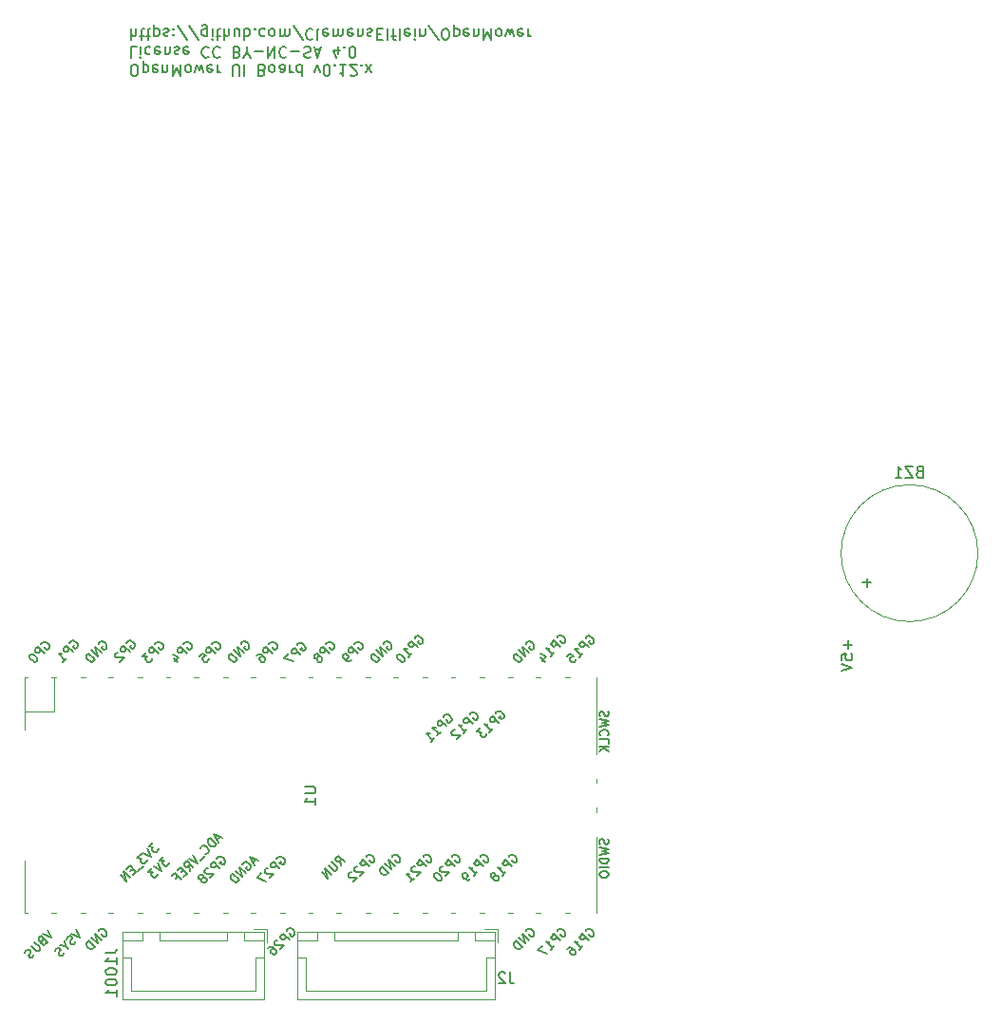
<source format=gbr>
%TF.GenerationSoftware,KiCad,Pcbnew,6.0.10+dfsg-1~bpo11+1*%
%TF.CreationDate,2023-03-07T10:26:52+00:00*%
%TF.ProjectId,CoverUI,436f7665-7255-4492-9e6b-696361645f70,rev?*%
%TF.SameCoordinates,Original*%
%TF.FileFunction,Legend,Bot*%
%TF.FilePolarity,Positive*%
%FSLAX46Y46*%
G04 Gerber Fmt 4.6, Leading zero omitted, Abs format (unit mm)*
G04 Created by KiCad (PCBNEW 6.0.10+dfsg-1~bpo11+1) date 2023-03-07 10:26:52*
%MOMM*%
%LPD*%
G01*
G04 APERTURE LIST*
%ADD10C,0.150000*%
%ADD11C,0.120000*%
G04 APERTURE END LIST*
D10*
X75539023Y-65814619D02*
X75729499Y-65814619D01*
X75824737Y-65767000D01*
X75919975Y-65671761D01*
X75967594Y-65481285D01*
X75967594Y-65147952D01*
X75919975Y-64957476D01*
X75824737Y-64862238D01*
X75729499Y-64814619D01*
X75539023Y-64814619D01*
X75443785Y-64862238D01*
X75348547Y-64957476D01*
X75300928Y-65147952D01*
X75300928Y-65481285D01*
X75348547Y-65671761D01*
X75443785Y-65767000D01*
X75539023Y-65814619D01*
X76396166Y-65481285D02*
X76396166Y-64481285D01*
X76396166Y-65433666D02*
X76491404Y-65481285D01*
X76681880Y-65481285D01*
X76777118Y-65433666D01*
X76824737Y-65386047D01*
X76872356Y-65290809D01*
X76872356Y-65005095D01*
X76824737Y-64909857D01*
X76777118Y-64862238D01*
X76681880Y-64814619D01*
X76491404Y-64814619D01*
X76396166Y-64862238D01*
X77681880Y-64862238D02*
X77586642Y-64814619D01*
X77396166Y-64814619D01*
X77300928Y-64862238D01*
X77253309Y-64957476D01*
X77253309Y-65338428D01*
X77300928Y-65433666D01*
X77396166Y-65481285D01*
X77586642Y-65481285D01*
X77681880Y-65433666D01*
X77729499Y-65338428D01*
X77729499Y-65243190D01*
X77253309Y-65147952D01*
X78158071Y-65481285D02*
X78158071Y-64814619D01*
X78158071Y-65386047D02*
X78205690Y-65433666D01*
X78300928Y-65481285D01*
X78443785Y-65481285D01*
X78539023Y-65433666D01*
X78586642Y-65338428D01*
X78586642Y-64814619D01*
X79062832Y-64814619D02*
X79062832Y-65814619D01*
X79396166Y-65100333D01*
X79729499Y-65814619D01*
X79729499Y-64814619D01*
X80348547Y-64814619D02*
X80253309Y-64862238D01*
X80205690Y-64909857D01*
X80158071Y-65005095D01*
X80158071Y-65290809D01*
X80205690Y-65386047D01*
X80253309Y-65433666D01*
X80348547Y-65481285D01*
X80491404Y-65481285D01*
X80586642Y-65433666D01*
X80634261Y-65386047D01*
X80681880Y-65290809D01*
X80681880Y-65005095D01*
X80634261Y-64909857D01*
X80586642Y-64862238D01*
X80491404Y-64814619D01*
X80348547Y-64814619D01*
X81015213Y-65481285D02*
X81205690Y-64814619D01*
X81396166Y-65290809D01*
X81586642Y-64814619D01*
X81777118Y-65481285D01*
X82539023Y-64862238D02*
X82443785Y-64814619D01*
X82253309Y-64814619D01*
X82158071Y-64862238D01*
X82110452Y-64957476D01*
X82110452Y-65338428D01*
X82158071Y-65433666D01*
X82253309Y-65481285D01*
X82443785Y-65481285D01*
X82539023Y-65433666D01*
X82586642Y-65338428D01*
X82586642Y-65243190D01*
X82110452Y-65147952D01*
X83015213Y-64814619D02*
X83015213Y-65481285D01*
X83015213Y-65290809D02*
X83062832Y-65386047D01*
X83110452Y-65433666D01*
X83205690Y-65481285D01*
X83300928Y-65481285D01*
X84396166Y-65814619D02*
X84396166Y-65005095D01*
X84443785Y-64909857D01*
X84491404Y-64862238D01*
X84586642Y-64814619D01*
X84777118Y-64814619D01*
X84872356Y-64862238D01*
X84919975Y-64909857D01*
X84967594Y-65005095D01*
X84967594Y-65814619D01*
X85443785Y-64814619D02*
X85443785Y-65814619D01*
X87015213Y-65338428D02*
X87158071Y-65290809D01*
X87205690Y-65243190D01*
X87253309Y-65147952D01*
X87253309Y-65005095D01*
X87205690Y-64909857D01*
X87158071Y-64862238D01*
X87062832Y-64814619D01*
X86681880Y-64814619D01*
X86681880Y-65814619D01*
X87015213Y-65814619D01*
X87110452Y-65767000D01*
X87158071Y-65719380D01*
X87205690Y-65624142D01*
X87205690Y-65528904D01*
X87158071Y-65433666D01*
X87110452Y-65386047D01*
X87015213Y-65338428D01*
X86681880Y-65338428D01*
X87824737Y-64814619D02*
X87729499Y-64862238D01*
X87681880Y-64909857D01*
X87634261Y-65005095D01*
X87634261Y-65290809D01*
X87681880Y-65386047D01*
X87729499Y-65433666D01*
X87824737Y-65481285D01*
X87967594Y-65481285D01*
X88062832Y-65433666D01*
X88110452Y-65386047D01*
X88158071Y-65290809D01*
X88158071Y-65005095D01*
X88110452Y-64909857D01*
X88062832Y-64862238D01*
X87967594Y-64814619D01*
X87824737Y-64814619D01*
X89015213Y-64814619D02*
X89015213Y-65338428D01*
X88967594Y-65433666D01*
X88872356Y-65481285D01*
X88681880Y-65481285D01*
X88586642Y-65433666D01*
X89015213Y-64862238D02*
X88919975Y-64814619D01*
X88681880Y-64814619D01*
X88586642Y-64862238D01*
X88539023Y-64957476D01*
X88539023Y-65052714D01*
X88586642Y-65147952D01*
X88681880Y-65195571D01*
X88919975Y-65195571D01*
X89015213Y-65243190D01*
X89491404Y-64814619D02*
X89491404Y-65481285D01*
X89491404Y-65290809D02*
X89539023Y-65386047D01*
X89586642Y-65433666D01*
X89681880Y-65481285D01*
X89777118Y-65481285D01*
X90539023Y-64814619D02*
X90539023Y-65814619D01*
X90539023Y-64862238D02*
X90443785Y-64814619D01*
X90253309Y-64814619D01*
X90158071Y-64862238D01*
X90110452Y-64909857D01*
X90062832Y-65005095D01*
X90062832Y-65290809D01*
X90110452Y-65386047D01*
X90158071Y-65433666D01*
X90253309Y-65481285D01*
X90443785Y-65481285D01*
X90539023Y-65433666D01*
X91681880Y-65481285D02*
X91919975Y-64814619D01*
X92158071Y-65481285D01*
X92729499Y-65814619D02*
X92824737Y-65814619D01*
X92919975Y-65767000D01*
X92967594Y-65719380D01*
X93015213Y-65624142D01*
X93062832Y-65433666D01*
X93062832Y-65195571D01*
X93015213Y-65005095D01*
X92967594Y-64909857D01*
X92919975Y-64862238D01*
X92824737Y-64814619D01*
X92729499Y-64814619D01*
X92634261Y-64862238D01*
X92586642Y-64909857D01*
X92539023Y-65005095D01*
X92491404Y-65195571D01*
X92491404Y-65433666D01*
X92539023Y-65624142D01*
X92586642Y-65719380D01*
X92634261Y-65767000D01*
X92729499Y-65814619D01*
X93491404Y-64909857D02*
X93539023Y-64862238D01*
X93491404Y-64814619D01*
X93443785Y-64862238D01*
X93491404Y-64909857D01*
X93491404Y-64814619D01*
X94491404Y-64814619D02*
X93919975Y-64814619D01*
X94205690Y-64814619D02*
X94205690Y-65814619D01*
X94110452Y-65671761D01*
X94015213Y-65576523D01*
X93919975Y-65528904D01*
X94872356Y-65719380D02*
X94919975Y-65767000D01*
X95015213Y-65814619D01*
X95253309Y-65814619D01*
X95348547Y-65767000D01*
X95396166Y-65719380D01*
X95443785Y-65624142D01*
X95443785Y-65528904D01*
X95396166Y-65386047D01*
X94824737Y-64814619D01*
X95443785Y-64814619D01*
X95872356Y-64909857D02*
X95919975Y-64862238D01*
X95872356Y-64814619D01*
X95824737Y-64862238D01*
X95872356Y-64909857D01*
X95872356Y-64814619D01*
X96253309Y-64814619D02*
X96777118Y-65481285D01*
X96253309Y-65481285D02*
X96777118Y-64814619D01*
X75824737Y-63204619D02*
X75348547Y-63204619D01*
X75348547Y-64204619D01*
X76158071Y-63204619D02*
X76158071Y-63871285D01*
X76158071Y-64204619D02*
X76110452Y-64157000D01*
X76158071Y-64109380D01*
X76205690Y-64157000D01*
X76158071Y-64204619D01*
X76158071Y-64109380D01*
X77062832Y-63252238D02*
X76967594Y-63204619D01*
X76777118Y-63204619D01*
X76681880Y-63252238D01*
X76634261Y-63299857D01*
X76586642Y-63395095D01*
X76586642Y-63680809D01*
X76634261Y-63776047D01*
X76681880Y-63823666D01*
X76777118Y-63871285D01*
X76967594Y-63871285D01*
X77062832Y-63823666D01*
X77872356Y-63252238D02*
X77777118Y-63204619D01*
X77586642Y-63204619D01*
X77491404Y-63252238D01*
X77443785Y-63347476D01*
X77443785Y-63728428D01*
X77491404Y-63823666D01*
X77586642Y-63871285D01*
X77777118Y-63871285D01*
X77872356Y-63823666D01*
X77919975Y-63728428D01*
X77919975Y-63633190D01*
X77443785Y-63537952D01*
X78348547Y-63871285D02*
X78348547Y-63204619D01*
X78348547Y-63776047D02*
X78396166Y-63823666D01*
X78491404Y-63871285D01*
X78634261Y-63871285D01*
X78729499Y-63823666D01*
X78777118Y-63728428D01*
X78777118Y-63204619D01*
X79205690Y-63252238D02*
X79300928Y-63204619D01*
X79491404Y-63204619D01*
X79586642Y-63252238D01*
X79634261Y-63347476D01*
X79634261Y-63395095D01*
X79586642Y-63490333D01*
X79491404Y-63537952D01*
X79348547Y-63537952D01*
X79253309Y-63585571D01*
X79205690Y-63680809D01*
X79205690Y-63728428D01*
X79253309Y-63823666D01*
X79348547Y-63871285D01*
X79491404Y-63871285D01*
X79586642Y-63823666D01*
X80443785Y-63252238D02*
X80348547Y-63204619D01*
X80158071Y-63204619D01*
X80062832Y-63252238D01*
X80015213Y-63347476D01*
X80015213Y-63728428D01*
X80062832Y-63823666D01*
X80158071Y-63871285D01*
X80348547Y-63871285D01*
X80443785Y-63823666D01*
X80491404Y-63728428D01*
X80491404Y-63633190D01*
X80015213Y-63537952D01*
X82253309Y-63299857D02*
X82205690Y-63252238D01*
X82062832Y-63204619D01*
X81967594Y-63204619D01*
X81824737Y-63252238D01*
X81729499Y-63347476D01*
X81681880Y-63442714D01*
X81634261Y-63633190D01*
X81634261Y-63776047D01*
X81681880Y-63966523D01*
X81729499Y-64061761D01*
X81824737Y-64157000D01*
X81967594Y-64204619D01*
X82062832Y-64204619D01*
X82205690Y-64157000D01*
X82253309Y-64109380D01*
X83253309Y-63299857D02*
X83205690Y-63252238D01*
X83062832Y-63204619D01*
X82967594Y-63204619D01*
X82824737Y-63252238D01*
X82729499Y-63347476D01*
X82681880Y-63442714D01*
X82634261Y-63633190D01*
X82634261Y-63776047D01*
X82681880Y-63966523D01*
X82729499Y-64061761D01*
X82824737Y-64157000D01*
X82967594Y-64204619D01*
X83062832Y-64204619D01*
X83205690Y-64157000D01*
X83253309Y-64109380D01*
X84777118Y-63728428D02*
X84919975Y-63680809D01*
X84967594Y-63633190D01*
X85015213Y-63537952D01*
X85015213Y-63395095D01*
X84967594Y-63299857D01*
X84919975Y-63252238D01*
X84824737Y-63204619D01*
X84443785Y-63204619D01*
X84443785Y-64204619D01*
X84777118Y-64204619D01*
X84872356Y-64157000D01*
X84919975Y-64109380D01*
X84967594Y-64014142D01*
X84967594Y-63918904D01*
X84919975Y-63823666D01*
X84872356Y-63776047D01*
X84777118Y-63728428D01*
X84443785Y-63728428D01*
X85634261Y-63680809D02*
X85634261Y-63204619D01*
X85300928Y-64204619D02*
X85634261Y-63680809D01*
X85967594Y-64204619D01*
X86300928Y-63585571D02*
X87062832Y-63585571D01*
X87539023Y-63204619D02*
X87539023Y-64204619D01*
X88110452Y-63204619D01*
X88110452Y-64204619D01*
X89158071Y-63299857D02*
X89110452Y-63252238D01*
X88967594Y-63204619D01*
X88872356Y-63204619D01*
X88729499Y-63252238D01*
X88634261Y-63347476D01*
X88586642Y-63442714D01*
X88539023Y-63633190D01*
X88539023Y-63776047D01*
X88586642Y-63966523D01*
X88634261Y-64061761D01*
X88729499Y-64157000D01*
X88872356Y-64204619D01*
X88967594Y-64204619D01*
X89110452Y-64157000D01*
X89158071Y-64109380D01*
X89586642Y-63585571D02*
X90348547Y-63585571D01*
X90777118Y-63252238D02*
X90919975Y-63204619D01*
X91158071Y-63204619D01*
X91253309Y-63252238D01*
X91300928Y-63299857D01*
X91348547Y-63395095D01*
X91348547Y-63490333D01*
X91300928Y-63585571D01*
X91253309Y-63633190D01*
X91158071Y-63680809D01*
X90967594Y-63728428D01*
X90872356Y-63776047D01*
X90824737Y-63823666D01*
X90777118Y-63918904D01*
X90777118Y-64014142D01*
X90824737Y-64109380D01*
X90872356Y-64157000D01*
X90967594Y-64204619D01*
X91205690Y-64204619D01*
X91348547Y-64157000D01*
X91729499Y-63490333D02*
X92205690Y-63490333D01*
X91634261Y-63204619D02*
X91967594Y-64204619D01*
X92300928Y-63204619D01*
X93824737Y-63871285D02*
X93824737Y-63204619D01*
X93586642Y-64252238D02*
X93348547Y-63537952D01*
X93967594Y-63537952D01*
X94348547Y-63299857D02*
X94396166Y-63252238D01*
X94348547Y-63204619D01*
X94300928Y-63252238D01*
X94348547Y-63299857D01*
X94348547Y-63204619D01*
X95015213Y-64204619D02*
X95110452Y-64204619D01*
X95205690Y-64157000D01*
X95253309Y-64109380D01*
X95300928Y-64014142D01*
X95348547Y-63823666D01*
X95348547Y-63585571D01*
X95300928Y-63395095D01*
X95253309Y-63299857D01*
X95205690Y-63252238D01*
X95110452Y-63204619D01*
X95015213Y-63204619D01*
X94919975Y-63252238D01*
X94872356Y-63299857D01*
X94824737Y-63395095D01*
X94777118Y-63585571D01*
X94777118Y-63823666D01*
X94824737Y-64014142D01*
X94872356Y-64109380D01*
X94919975Y-64157000D01*
X95015213Y-64204619D01*
X75348547Y-61594619D02*
X75348547Y-62594619D01*
X75777118Y-61594619D02*
X75777118Y-62118428D01*
X75729499Y-62213666D01*
X75634261Y-62261285D01*
X75491404Y-62261285D01*
X75396166Y-62213666D01*
X75348547Y-62166047D01*
X76110452Y-62261285D02*
X76491404Y-62261285D01*
X76253309Y-62594619D02*
X76253309Y-61737476D01*
X76300928Y-61642238D01*
X76396166Y-61594619D01*
X76491404Y-61594619D01*
X76681880Y-62261285D02*
X77062832Y-62261285D01*
X76824737Y-62594619D02*
X76824737Y-61737476D01*
X76872356Y-61642238D01*
X76967594Y-61594619D01*
X77062832Y-61594619D01*
X77396166Y-62261285D02*
X77396166Y-61261285D01*
X77396166Y-62213666D02*
X77491404Y-62261285D01*
X77681880Y-62261285D01*
X77777118Y-62213666D01*
X77824737Y-62166047D01*
X77872356Y-62070809D01*
X77872356Y-61785095D01*
X77824737Y-61689857D01*
X77777118Y-61642238D01*
X77681880Y-61594619D01*
X77491404Y-61594619D01*
X77396166Y-61642238D01*
X78253309Y-61642238D02*
X78348547Y-61594619D01*
X78539023Y-61594619D01*
X78634261Y-61642238D01*
X78681880Y-61737476D01*
X78681880Y-61785095D01*
X78634261Y-61880333D01*
X78539023Y-61927952D01*
X78396166Y-61927952D01*
X78300928Y-61975571D01*
X78253309Y-62070809D01*
X78253309Y-62118428D01*
X78300928Y-62213666D01*
X78396166Y-62261285D01*
X78539023Y-62261285D01*
X78634261Y-62213666D01*
X79110452Y-61689857D02*
X79158071Y-61642238D01*
X79110452Y-61594619D01*
X79062832Y-61642238D01*
X79110452Y-61689857D01*
X79110452Y-61594619D01*
X79110452Y-62213666D02*
X79158071Y-62166047D01*
X79110452Y-62118428D01*
X79062832Y-62166047D01*
X79110452Y-62213666D01*
X79110452Y-62118428D01*
X80300928Y-62642238D02*
X79443785Y-61356523D01*
X81348547Y-62642238D02*
X80491404Y-61356523D01*
X82110452Y-62261285D02*
X82110452Y-61451761D01*
X82062832Y-61356523D01*
X82015213Y-61308904D01*
X81919975Y-61261285D01*
X81777118Y-61261285D01*
X81681880Y-61308904D01*
X82110452Y-61642238D02*
X82015213Y-61594619D01*
X81824737Y-61594619D01*
X81729499Y-61642238D01*
X81681880Y-61689857D01*
X81634261Y-61785095D01*
X81634261Y-62070809D01*
X81681880Y-62166047D01*
X81729499Y-62213666D01*
X81824737Y-62261285D01*
X82015213Y-62261285D01*
X82110452Y-62213666D01*
X82586642Y-61594619D02*
X82586642Y-62261285D01*
X82586642Y-62594619D02*
X82539023Y-62547000D01*
X82586642Y-62499380D01*
X82634261Y-62547000D01*
X82586642Y-62594619D01*
X82586642Y-62499380D01*
X82919975Y-62261285D02*
X83300928Y-62261285D01*
X83062832Y-62594619D02*
X83062832Y-61737476D01*
X83110452Y-61642238D01*
X83205690Y-61594619D01*
X83300928Y-61594619D01*
X83634261Y-61594619D02*
X83634261Y-62594619D01*
X84062832Y-61594619D02*
X84062832Y-62118428D01*
X84015213Y-62213666D01*
X83919975Y-62261285D01*
X83777118Y-62261285D01*
X83681880Y-62213666D01*
X83634261Y-62166047D01*
X84967594Y-62261285D02*
X84967594Y-61594619D01*
X84539023Y-62261285D02*
X84539023Y-61737476D01*
X84586642Y-61642238D01*
X84681880Y-61594619D01*
X84824737Y-61594619D01*
X84919975Y-61642238D01*
X84967594Y-61689857D01*
X85443785Y-61594619D02*
X85443785Y-62594619D01*
X85443785Y-62213666D02*
X85539023Y-62261285D01*
X85729499Y-62261285D01*
X85824737Y-62213666D01*
X85872356Y-62166047D01*
X85919975Y-62070809D01*
X85919975Y-61785095D01*
X85872356Y-61689857D01*
X85824737Y-61642238D01*
X85729499Y-61594619D01*
X85539023Y-61594619D01*
X85443785Y-61642238D01*
X86348547Y-61689857D02*
X86396166Y-61642238D01*
X86348547Y-61594619D01*
X86300928Y-61642238D01*
X86348547Y-61689857D01*
X86348547Y-61594619D01*
X87253309Y-61642238D02*
X87158071Y-61594619D01*
X86967594Y-61594619D01*
X86872356Y-61642238D01*
X86824737Y-61689857D01*
X86777118Y-61785095D01*
X86777118Y-62070809D01*
X86824737Y-62166047D01*
X86872356Y-62213666D01*
X86967594Y-62261285D01*
X87158071Y-62261285D01*
X87253309Y-62213666D01*
X87824737Y-61594619D02*
X87729499Y-61642238D01*
X87681880Y-61689857D01*
X87634261Y-61785095D01*
X87634261Y-62070809D01*
X87681880Y-62166047D01*
X87729499Y-62213666D01*
X87824737Y-62261285D01*
X87967594Y-62261285D01*
X88062832Y-62213666D01*
X88110452Y-62166047D01*
X88158071Y-62070809D01*
X88158071Y-61785095D01*
X88110452Y-61689857D01*
X88062832Y-61642238D01*
X87967594Y-61594619D01*
X87824737Y-61594619D01*
X88586642Y-61594619D02*
X88586642Y-62261285D01*
X88586642Y-62166047D02*
X88634261Y-62213666D01*
X88729499Y-62261285D01*
X88872356Y-62261285D01*
X88967594Y-62213666D01*
X89015213Y-62118428D01*
X89015213Y-61594619D01*
X89015213Y-62118428D02*
X89062832Y-62213666D01*
X89158071Y-62261285D01*
X89300928Y-62261285D01*
X89396166Y-62213666D01*
X89443785Y-62118428D01*
X89443785Y-61594619D01*
X90634261Y-62642238D02*
X89777118Y-61356523D01*
X91539023Y-61689857D02*
X91491404Y-61642238D01*
X91348547Y-61594619D01*
X91253309Y-61594619D01*
X91110452Y-61642238D01*
X91015213Y-61737476D01*
X90967594Y-61832714D01*
X90919975Y-62023190D01*
X90919975Y-62166047D01*
X90967594Y-62356523D01*
X91015213Y-62451761D01*
X91110452Y-62547000D01*
X91253309Y-62594619D01*
X91348547Y-62594619D01*
X91491404Y-62547000D01*
X91539023Y-62499380D01*
X92110452Y-61594619D02*
X92015213Y-61642238D01*
X91967594Y-61737476D01*
X91967594Y-62594619D01*
X92872356Y-61642238D02*
X92777118Y-61594619D01*
X92586642Y-61594619D01*
X92491404Y-61642238D01*
X92443785Y-61737476D01*
X92443785Y-62118428D01*
X92491404Y-62213666D01*
X92586642Y-62261285D01*
X92777118Y-62261285D01*
X92872356Y-62213666D01*
X92919975Y-62118428D01*
X92919975Y-62023190D01*
X92443785Y-61927952D01*
X93348547Y-61594619D02*
X93348547Y-62261285D01*
X93348547Y-62166047D02*
X93396166Y-62213666D01*
X93491404Y-62261285D01*
X93634261Y-62261285D01*
X93729499Y-62213666D01*
X93777118Y-62118428D01*
X93777118Y-61594619D01*
X93777118Y-62118428D02*
X93824737Y-62213666D01*
X93919975Y-62261285D01*
X94062832Y-62261285D01*
X94158071Y-62213666D01*
X94205690Y-62118428D01*
X94205690Y-61594619D01*
X95062832Y-61642238D02*
X94967594Y-61594619D01*
X94777118Y-61594619D01*
X94681880Y-61642238D01*
X94634261Y-61737476D01*
X94634261Y-62118428D01*
X94681880Y-62213666D01*
X94777118Y-62261285D01*
X94967594Y-62261285D01*
X95062832Y-62213666D01*
X95110452Y-62118428D01*
X95110452Y-62023190D01*
X94634261Y-61927952D01*
X95539023Y-62261285D02*
X95539023Y-61594619D01*
X95539023Y-62166047D02*
X95586642Y-62213666D01*
X95681880Y-62261285D01*
X95824737Y-62261285D01*
X95919975Y-62213666D01*
X95967594Y-62118428D01*
X95967594Y-61594619D01*
X96396166Y-61642238D02*
X96491404Y-61594619D01*
X96681880Y-61594619D01*
X96777118Y-61642238D01*
X96824737Y-61737476D01*
X96824737Y-61785095D01*
X96777118Y-61880333D01*
X96681880Y-61927952D01*
X96539023Y-61927952D01*
X96443785Y-61975571D01*
X96396166Y-62070809D01*
X96396166Y-62118428D01*
X96443785Y-62213666D01*
X96539023Y-62261285D01*
X96681880Y-62261285D01*
X96777118Y-62213666D01*
X97253309Y-62118428D02*
X97586642Y-62118428D01*
X97729499Y-61594619D02*
X97253309Y-61594619D01*
X97253309Y-62594619D01*
X97729499Y-62594619D01*
X98300928Y-61594619D02*
X98205690Y-61642238D01*
X98158071Y-61737476D01*
X98158071Y-62594619D01*
X98539023Y-62261285D02*
X98919975Y-62261285D01*
X98681880Y-61594619D02*
X98681880Y-62451761D01*
X98729499Y-62547000D01*
X98824737Y-62594619D01*
X98919975Y-62594619D01*
X99396166Y-61594619D02*
X99300928Y-61642238D01*
X99253309Y-61737476D01*
X99253309Y-62594619D01*
X100158071Y-61642238D02*
X100062832Y-61594619D01*
X99872356Y-61594619D01*
X99777118Y-61642238D01*
X99729499Y-61737476D01*
X99729499Y-62118428D01*
X99777118Y-62213666D01*
X99872356Y-62261285D01*
X100062832Y-62261285D01*
X100158071Y-62213666D01*
X100205690Y-62118428D01*
X100205690Y-62023190D01*
X99729499Y-61927952D01*
X100634261Y-61594619D02*
X100634261Y-62261285D01*
X100634261Y-62594619D02*
X100586642Y-62547000D01*
X100634261Y-62499380D01*
X100681880Y-62547000D01*
X100634261Y-62594619D01*
X100634261Y-62499380D01*
X101110452Y-62261285D02*
X101110452Y-61594619D01*
X101110452Y-62166047D02*
X101158071Y-62213666D01*
X101253309Y-62261285D01*
X101396166Y-62261285D01*
X101491404Y-62213666D01*
X101539023Y-62118428D01*
X101539023Y-61594619D01*
X102729499Y-62642238D02*
X101872356Y-61356523D01*
X103253309Y-62594619D02*
X103443785Y-62594619D01*
X103539023Y-62547000D01*
X103634261Y-62451761D01*
X103681880Y-62261285D01*
X103681880Y-61927952D01*
X103634261Y-61737476D01*
X103539023Y-61642238D01*
X103443785Y-61594619D01*
X103253309Y-61594619D01*
X103158071Y-61642238D01*
X103062832Y-61737476D01*
X103015213Y-61927952D01*
X103015213Y-62261285D01*
X103062832Y-62451761D01*
X103158071Y-62547000D01*
X103253309Y-62594619D01*
X104110452Y-62261285D02*
X104110452Y-61261285D01*
X104110452Y-62213666D02*
X104205690Y-62261285D01*
X104396166Y-62261285D01*
X104491404Y-62213666D01*
X104539023Y-62166047D01*
X104586642Y-62070809D01*
X104586642Y-61785095D01*
X104539023Y-61689857D01*
X104491404Y-61642238D01*
X104396166Y-61594619D01*
X104205690Y-61594619D01*
X104110452Y-61642238D01*
X105396166Y-61642238D02*
X105300928Y-61594619D01*
X105110452Y-61594619D01*
X105015213Y-61642238D01*
X104967594Y-61737476D01*
X104967594Y-62118428D01*
X105015213Y-62213666D01*
X105110452Y-62261285D01*
X105300928Y-62261285D01*
X105396166Y-62213666D01*
X105443785Y-62118428D01*
X105443785Y-62023190D01*
X104967594Y-61927952D01*
X105872356Y-62261285D02*
X105872356Y-61594619D01*
X105872356Y-62166047D02*
X105919975Y-62213666D01*
X106015213Y-62261285D01*
X106158071Y-62261285D01*
X106253309Y-62213666D01*
X106300928Y-62118428D01*
X106300928Y-61594619D01*
X106777118Y-61594619D02*
X106777118Y-62594619D01*
X107110452Y-61880333D01*
X107443785Y-62594619D01*
X107443785Y-61594619D01*
X108062832Y-61594619D02*
X107967594Y-61642238D01*
X107919975Y-61689857D01*
X107872356Y-61785095D01*
X107872356Y-62070809D01*
X107919975Y-62166047D01*
X107967594Y-62213666D01*
X108062832Y-62261285D01*
X108205690Y-62261285D01*
X108300928Y-62213666D01*
X108348547Y-62166047D01*
X108396166Y-62070809D01*
X108396166Y-61785095D01*
X108348547Y-61689857D01*
X108300928Y-61642238D01*
X108205690Y-61594619D01*
X108062832Y-61594619D01*
X108729499Y-62261285D02*
X108919975Y-61594619D01*
X109110452Y-62070809D01*
X109300928Y-61594619D01*
X109491404Y-62261285D01*
X110253309Y-61642238D02*
X110158071Y-61594619D01*
X109967594Y-61594619D01*
X109872356Y-61642238D01*
X109824737Y-61737476D01*
X109824737Y-62118428D01*
X109872356Y-62213666D01*
X109967594Y-62261285D01*
X110158071Y-62261285D01*
X110253309Y-62213666D01*
X110300928Y-62118428D01*
X110300928Y-62023190D01*
X109824737Y-61927952D01*
X110729499Y-61594619D02*
X110729499Y-62261285D01*
X110729499Y-62070809D02*
X110777118Y-62166047D01*
X110824737Y-62213666D01*
X110919975Y-62261285D01*
X111015213Y-62261285D01*
X139248428Y-116151285D02*
X139248428Y-116913190D01*
X139629380Y-116532238D02*
X138867476Y-116532238D01*
X138629380Y-117865571D02*
X138629380Y-117389380D01*
X139105571Y-117341761D01*
X139057952Y-117389380D01*
X139010333Y-117484619D01*
X139010333Y-117722714D01*
X139057952Y-117817952D01*
X139105571Y-117865571D01*
X139200809Y-117913190D01*
X139438904Y-117913190D01*
X139534142Y-117865571D01*
X139581761Y-117817952D01*
X139629380Y-117722714D01*
X139629380Y-117484619D01*
X139581761Y-117389380D01*
X139534142Y-117341761D01*
X138629380Y-118198904D02*
X139629380Y-118532238D01*
X138629380Y-118865571D01*
%TO.C,J1001*%
X73061580Y-143983295D02*
X73775866Y-143983295D01*
X73918723Y-143935676D01*
X74013961Y-143840438D01*
X74061580Y-143697580D01*
X74061580Y-143602342D01*
X74061580Y-144983295D02*
X74061580Y-144411866D01*
X74061580Y-144697580D02*
X73061580Y-144697580D01*
X73204438Y-144602342D01*
X73299676Y-144507104D01*
X73347295Y-144411866D01*
X73061580Y-145602342D02*
X73061580Y-145697580D01*
X73109200Y-145792819D01*
X73156819Y-145840438D01*
X73252057Y-145888057D01*
X73442533Y-145935676D01*
X73680628Y-145935676D01*
X73871104Y-145888057D01*
X73966342Y-145840438D01*
X74013961Y-145792819D01*
X74061580Y-145697580D01*
X74061580Y-145602342D01*
X74013961Y-145507104D01*
X73966342Y-145459485D01*
X73871104Y-145411866D01*
X73680628Y-145364247D01*
X73442533Y-145364247D01*
X73252057Y-145411866D01*
X73156819Y-145459485D01*
X73109200Y-145507104D01*
X73061580Y-145602342D01*
X73061580Y-146554723D02*
X73061580Y-146649961D01*
X73109200Y-146745200D01*
X73156819Y-146792819D01*
X73252057Y-146840438D01*
X73442533Y-146888057D01*
X73680628Y-146888057D01*
X73871104Y-146840438D01*
X73966342Y-146792819D01*
X74013961Y-146745200D01*
X74061580Y-146649961D01*
X74061580Y-146554723D01*
X74013961Y-146459485D01*
X73966342Y-146411866D01*
X73871104Y-146364247D01*
X73680628Y-146316628D01*
X73442533Y-146316628D01*
X73252057Y-146364247D01*
X73156819Y-146411866D01*
X73109200Y-146459485D01*
X73061580Y-146554723D01*
X74061580Y-147840438D02*
X74061580Y-147269009D01*
X74061580Y-147554723D02*
X73061580Y-147554723D01*
X73204438Y-147459485D01*
X73299676Y-147364247D01*
X73347295Y-147269009D01*
%TO.C,BZ1*%
X145610152Y-101084971D02*
X145467295Y-101132590D01*
X145419676Y-101180209D01*
X145372057Y-101275447D01*
X145372057Y-101418304D01*
X145419676Y-101513542D01*
X145467295Y-101561161D01*
X145562533Y-101608780D01*
X145943485Y-101608780D01*
X145943485Y-100608780D01*
X145610152Y-100608780D01*
X145514914Y-100656400D01*
X145467295Y-100704019D01*
X145419676Y-100799257D01*
X145419676Y-100894495D01*
X145467295Y-100989733D01*
X145514914Y-101037352D01*
X145610152Y-101084971D01*
X145943485Y-101084971D01*
X145038723Y-100608780D02*
X144372057Y-100608780D01*
X145038723Y-101608780D01*
X144372057Y-101608780D01*
X143467295Y-101608780D02*
X144038723Y-101608780D01*
X143753009Y-101608780D02*
X143753009Y-100608780D01*
X143848247Y-100751638D01*
X143943485Y-100846876D01*
X144038723Y-100894495D01*
X141300152Y-110967828D02*
X140538247Y-110967828D01*
X140919200Y-111348780D02*
X140919200Y-110586876D01*
%TO.C,J2*%
X109096133Y-145705580D02*
X109096133Y-146419866D01*
X109143752Y-146562723D01*
X109238990Y-146657961D01*
X109381847Y-146705580D01*
X109477085Y-146705580D01*
X108667561Y-145800819D02*
X108619942Y-145753200D01*
X108524704Y-145705580D01*
X108286609Y-145705580D01*
X108191371Y-145753200D01*
X108143752Y-145800819D01*
X108096133Y-145896057D01*
X108096133Y-145991295D01*
X108143752Y-146134152D01*
X108715180Y-146705580D01*
X108096133Y-146705580D01*
%TO.C,U1*%
X90790780Y-129184495D02*
X91600304Y-129184495D01*
X91695542Y-129232114D01*
X91743161Y-129279733D01*
X91790780Y-129374971D01*
X91790780Y-129565447D01*
X91743161Y-129660685D01*
X91695542Y-129708304D01*
X91600304Y-129755923D01*
X90790780Y-129755923D01*
X91790780Y-130755923D02*
X91790780Y-130184495D01*
X91790780Y-130470209D02*
X90790780Y-130470209D01*
X90933638Y-130374971D01*
X91028876Y-130279733D01*
X91076495Y-130184495D01*
X100618992Y-115936122D02*
X100645929Y-115855310D01*
X100726741Y-115774497D01*
X100834491Y-115720623D01*
X100942241Y-115720623D01*
X101023053Y-115747560D01*
X101157740Y-115828372D01*
X101238552Y-115909184D01*
X101319364Y-116043871D01*
X101346302Y-116124684D01*
X101346302Y-116232433D01*
X101292427Y-116340183D01*
X101238552Y-116394058D01*
X101130802Y-116447932D01*
X101076928Y-116447932D01*
X100888366Y-116259371D01*
X100996115Y-116151621D01*
X100888366Y-116744244D02*
X100322680Y-116178558D01*
X100107181Y-116394058D01*
X100080244Y-116474870D01*
X100080244Y-116528745D01*
X100107181Y-116609557D01*
X100187993Y-116690369D01*
X100268806Y-116717306D01*
X100322680Y-116717306D01*
X100403493Y-116690369D01*
X100618992Y-116474870D01*
X100026369Y-117606241D02*
X100349618Y-117282992D01*
X100187993Y-117444616D02*
X99622308Y-116878931D01*
X99756995Y-116905868D01*
X99864745Y-116905868D01*
X99945557Y-116878931D01*
X99110497Y-117390741D02*
X99056623Y-117444616D01*
X99029685Y-117525428D01*
X99029685Y-117579303D01*
X99056623Y-117660115D01*
X99137435Y-117794802D01*
X99272122Y-117929489D01*
X99406809Y-118010302D01*
X99487621Y-118037239D01*
X99541496Y-118037239D01*
X99622308Y-118010302D01*
X99676183Y-117956427D01*
X99703120Y-117875615D01*
X99703120Y-117821740D01*
X99676183Y-117740928D01*
X99595371Y-117606241D01*
X99460684Y-117471554D01*
X99325997Y-117390741D01*
X99245184Y-117363804D01*
X99191310Y-117363804D01*
X99110497Y-117390741D01*
X98598555Y-135430158D02*
X98625493Y-135349346D01*
X98706305Y-135268534D01*
X98814054Y-135214659D01*
X98921804Y-135214659D01*
X99002616Y-135241597D01*
X99137303Y-135322409D01*
X99218115Y-135403221D01*
X99298928Y-135537908D01*
X99325865Y-135618720D01*
X99325865Y-135726470D01*
X99271990Y-135834219D01*
X99218115Y-135888094D01*
X99110366Y-135941969D01*
X99056491Y-135941969D01*
X98867929Y-135753407D01*
X98975679Y-135645658D01*
X98867929Y-136238280D02*
X98302244Y-135672595D01*
X98544680Y-136561529D01*
X97978995Y-135995844D01*
X98275306Y-136830903D02*
X97709621Y-136265218D01*
X97574934Y-136399905D01*
X97521059Y-136507654D01*
X97521059Y-136615404D01*
X97547997Y-136696216D01*
X97628809Y-136830903D01*
X97709621Y-136911715D01*
X97844308Y-136992528D01*
X97925120Y-137019465D01*
X98032870Y-137019465D01*
X98140619Y-136965590D01*
X98275306Y-136830903D01*
X117862209Y-133851161D02*
X117900304Y-133965447D01*
X117900304Y-134155923D01*
X117862209Y-134232114D01*
X117824114Y-134270209D01*
X117747923Y-134308304D01*
X117671733Y-134308304D01*
X117595542Y-134270209D01*
X117557447Y-134232114D01*
X117519352Y-134155923D01*
X117481257Y-134003542D01*
X117443161Y-133927352D01*
X117405066Y-133889257D01*
X117328876Y-133851161D01*
X117252685Y-133851161D01*
X117176495Y-133889257D01*
X117138400Y-133927352D01*
X117100304Y-134003542D01*
X117100304Y-134194019D01*
X117138400Y-134308304D01*
X117100304Y-134574971D02*
X117900304Y-134765447D01*
X117328876Y-134917828D01*
X117900304Y-135070209D01*
X117100304Y-135260685D01*
X117900304Y-135565447D02*
X117100304Y-135565447D01*
X117100304Y-135755923D01*
X117138400Y-135870209D01*
X117214590Y-135946400D01*
X117290780Y-135984495D01*
X117443161Y-136022590D01*
X117557447Y-136022590D01*
X117709828Y-135984495D01*
X117786019Y-135946400D01*
X117862209Y-135870209D01*
X117900304Y-135755923D01*
X117900304Y-135565447D01*
X117900304Y-136365447D02*
X117100304Y-136365447D01*
X117100304Y-136898780D02*
X117100304Y-137051161D01*
X117138400Y-137127352D01*
X117214590Y-137203542D01*
X117366971Y-137241638D01*
X117633638Y-137241638D01*
X117786019Y-137203542D01*
X117862209Y-137127352D01*
X117900304Y-137051161D01*
X117900304Y-136898780D01*
X117862209Y-136822590D01*
X117786019Y-136746400D01*
X117633638Y-136708304D01*
X117366971Y-136708304D01*
X117214590Y-136746400D01*
X117138400Y-136822590D01*
X117100304Y-136898780D01*
X89188992Y-141994922D02*
X89215929Y-141914110D01*
X89296741Y-141833297D01*
X89404491Y-141779423D01*
X89512241Y-141779423D01*
X89593053Y-141806360D01*
X89727740Y-141887172D01*
X89808552Y-141967984D01*
X89889364Y-142102671D01*
X89916302Y-142183484D01*
X89916302Y-142291233D01*
X89862427Y-142398983D01*
X89808552Y-142452858D01*
X89700802Y-142506732D01*
X89646928Y-142506732D01*
X89458366Y-142318171D01*
X89566115Y-142210421D01*
X89458366Y-142803044D02*
X88892680Y-142237358D01*
X88677181Y-142452858D01*
X88650244Y-142533670D01*
X88650244Y-142587545D01*
X88677181Y-142668357D01*
X88757993Y-142749169D01*
X88838806Y-142776106D01*
X88892680Y-142776106D01*
X88973493Y-142749169D01*
X89188992Y-142533670D01*
X88407807Y-142829981D02*
X88353932Y-142829981D01*
X88273120Y-142856919D01*
X88138433Y-142991606D01*
X88111496Y-143072418D01*
X88111496Y-143126293D01*
X88138433Y-143207105D01*
X88192308Y-143260980D01*
X88300058Y-143314854D01*
X88946555Y-143314854D01*
X88596369Y-143665041D01*
X87545810Y-143584228D02*
X87653560Y-143476479D01*
X87734372Y-143449541D01*
X87788247Y-143449541D01*
X87922934Y-143476479D01*
X88057621Y-143557291D01*
X88273120Y-143772790D01*
X88300058Y-143853602D01*
X88300058Y-143907477D01*
X88273120Y-143988289D01*
X88165371Y-144096039D01*
X88084558Y-144122976D01*
X88030684Y-144122976D01*
X87949871Y-144096039D01*
X87815184Y-143961352D01*
X87788247Y-143880540D01*
X87788247Y-143826665D01*
X87815184Y-143745853D01*
X87922934Y-143638103D01*
X88003746Y-143611166D01*
X88057621Y-143611166D01*
X88138433Y-143638103D01*
X103920992Y-135441722D02*
X103947929Y-135360910D01*
X104028741Y-135280097D01*
X104136491Y-135226223D01*
X104244241Y-135226223D01*
X104325053Y-135253160D01*
X104459740Y-135333972D01*
X104540552Y-135414784D01*
X104621364Y-135549471D01*
X104648302Y-135630284D01*
X104648302Y-135738033D01*
X104594427Y-135845783D01*
X104540552Y-135899658D01*
X104432802Y-135953532D01*
X104378928Y-135953532D01*
X104190366Y-135764971D01*
X104298115Y-135657221D01*
X104190366Y-136249844D02*
X103624680Y-135684158D01*
X103409181Y-135899658D01*
X103382244Y-135980470D01*
X103382244Y-136034345D01*
X103409181Y-136115157D01*
X103489993Y-136195969D01*
X103570806Y-136222906D01*
X103624680Y-136222906D01*
X103705493Y-136195969D01*
X103920992Y-135980470D01*
X103139807Y-136276781D02*
X103085932Y-136276781D01*
X103005120Y-136303719D01*
X102870433Y-136438406D01*
X102843496Y-136519218D01*
X102843496Y-136573093D01*
X102870433Y-136653905D01*
X102924308Y-136707780D01*
X103032058Y-136761654D01*
X103678555Y-136761654D01*
X103328369Y-137111841D01*
X102412497Y-136896341D02*
X102358623Y-136950216D01*
X102331685Y-137031028D01*
X102331685Y-137084903D01*
X102358623Y-137165715D01*
X102439435Y-137300402D01*
X102574122Y-137435089D01*
X102708809Y-137515902D01*
X102789621Y-137542839D01*
X102843496Y-137542839D01*
X102924308Y-137515902D01*
X102978183Y-137462027D01*
X103005120Y-137381215D01*
X103005120Y-137327340D01*
X102978183Y-137246528D01*
X102897371Y-137111841D01*
X102762684Y-136977154D01*
X102627997Y-136896341D01*
X102547184Y-136869404D01*
X102493310Y-136869404D01*
X102412497Y-136896341D01*
X105521192Y-122741722D02*
X105548129Y-122660910D01*
X105628941Y-122580097D01*
X105736691Y-122526223D01*
X105844441Y-122526223D01*
X105925253Y-122553160D01*
X106059940Y-122633972D01*
X106140752Y-122714784D01*
X106221564Y-122849471D01*
X106248502Y-122930284D01*
X106248502Y-123038033D01*
X106194627Y-123145783D01*
X106140752Y-123199658D01*
X106033002Y-123253532D01*
X105979128Y-123253532D01*
X105790566Y-123064971D01*
X105898315Y-122957221D01*
X105790566Y-123549844D02*
X105224880Y-122984158D01*
X105009381Y-123199658D01*
X104982444Y-123280470D01*
X104982444Y-123334345D01*
X105009381Y-123415157D01*
X105090193Y-123495969D01*
X105171006Y-123522906D01*
X105224880Y-123522906D01*
X105305693Y-123495969D01*
X105521192Y-123280470D01*
X104928569Y-124411841D02*
X105251818Y-124088592D01*
X105090193Y-124250216D02*
X104524508Y-123684531D01*
X104659195Y-123711468D01*
X104766945Y-123711468D01*
X104847757Y-123684531D01*
X104201259Y-124115529D02*
X104147384Y-124115529D01*
X104066572Y-124142467D01*
X103931885Y-124277154D01*
X103904948Y-124357966D01*
X103904948Y-124411841D01*
X103931885Y-124492653D01*
X103985760Y-124546528D01*
X104093510Y-124600402D01*
X104740007Y-124600402D01*
X104389821Y-124950589D01*
X115858992Y-142044122D02*
X115885929Y-141963310D01*
X115966741Y-141882497D01*
X116074491Y-141828623D01*
X116182241Y-141828623D01*
X116263053Y-141855560D01*
X116397740Y-141936372D01*
X116478552Y-142017184D01*
X116559364Y-142151871D01*
X116586302Y-142232684D01*
X116586302Y-142340433D01*
X116532427Y-142448183D01*
X116478552Y-142502058D01*
X116370802Y-142555932D01*
X116316928Y-142555932D01*
X116128366Y-142367371D01*
X116236115Y-142259621D01*
X116128366Y-142852244D02*
X115562680Y-142286558D01*
X115347181Y-142502058D01*
X115320244Y-142582870D01*
X115320244Y-142636745D01*
X115347181Y-142717557D01*
X115427993Y-142798369D01*
X115508806Y-142825306D01*
X115562680Y-142825306D01*
X115643493Y-142798369D01*
X115858992Y-142582870D01*
X115266369Y-143714241D02*
X115589618Y-143390992D01*
X115427993Y-143552616D02*
X114862308Y-142986931D01*
X114996995Y-143013868D01*
X115104745Y-143013868D01*
X115185557Y-142986931D01*
X114215810Y-143633428D02*
X114323560Y-143525679D01*
X114404372Y-143498741D01*
X114458247Y-143498741D01*
X114592934Y-143525679D01*
X114727621Y-143606491D01*
X114943120Y-143821990D01*
X114970058Y-143902802D01*
X114970058Y-143956677D01*
X114943120Y-144037489D01*
X114835371Y-144145239D01*
X114754558Y-144172176D01*
X114700684Y-144172176D01*
X114619871Y-144145239D01*
X114485184Y-144010552D01*
X114458247Y-143929740D01*
X114458247Y-143875865D01*
X114485184Y-143795053D01*
X114592934Y-143687303D01*
X114673746Y-143660366D01*
X114727621Y-143660366D01*
X114808433Y-143687303D01*
X110536555Y-142032558D02*
X110563493Y-141951746D01*
X110644305Y-141870934D01*
X110752054Y-141817059D01*
X110859804Y-141817059D01*
X110940616Y-141843997D01*
X111075303Y-141924809D01*
X111156115Y-142005621D01*
X111236928Y-142140308D01*
X111263865Y-142221120D01*
X111263865Y-142328870D01*
X111209990Y-142436619D01*
X111156115Y-142490494D01*
X111048366Y-142544369D01*
X110994491Y-142544369D01*
X110805929Y-142355807D01*
X110913679Y-142248058D01*
X110805929Y-142840680D02*
X110240244Y-142274995D01*
X110482680Y-143163929D01*
X109916995Y-142598244D01*
X110213306Y-143433303D02*
X109647621Y-142867618D01*
X109512934Y-143002305D01*
X109459059Y-143110054D01*
X109459059Y-143217804D01*
X109485997Y-143298616D01*
X109566809Y-143433303D01*
X109647621Y-143514115D01*
X109782308Y-143594928D01*
X109863120Y-143621865D01*
X109970870Y-143621865D01*
X110078619Y-143567990D01*
X110213306Y-143433303D01*
X74949618Y-116359496D02*
X74976555Y-116278684D01*
X75057367Y-116197871D01*
X75165117Y-116143997D01*
X75272867Y-116143997D01*
X75353679Y-116170934D01*
X75488366Y-116251746D01*
X75569178Y-116332558D01*
X75649990Y-116467245D01*
X75676928Y-116548058D01*
X75676928Y-116655807D01*
X75623053Y-116763557D01*
X75569178Y-116817432D01*
X75461428Y-116871306D01*
X75407554Y-116871306D01*
X75218992Y-116682745D01*
X75326741Y-116574995D01*
X75218992Y-117167618D02*
X74653306Y-116601932D01*
X74437807Y-116817432D01*
X74410870Y-116898244D01*
X74410870Y-116952119D01*
X74437807Y-117032931D01*
X74518619Y-117113743D01*
X74599432Y-117140680D01*
X74653306Y-117140680D01*
X74734119Y-117113743D01*
X74949618Y-116898244D01*
X74168433Y-117194555D02*
X74114558Y-117194555D01*
X74033746Y-117221493D01*
X73899059Y-117356180D01*
X73872122Y-117436992D01*
X73872122Y-117490867D01*
X73899059Y-117571679D01*
X73952934Y-117625554D01*
X74060684Y-117679428D01*
X74707181Y-117679428D01*
X74356995Y-118029615D01*
X67329618Y-116459496D02*
X67356555Y-116378684D01*
X67437367Y-116297871D01*
X67545117Y-116243997D01*
X67652867Y-116243997D01*
X67733679Y-116270934D01*
X67868366Y-116351746D01*
X67949178Y-116432558D01*
X68029990Y-116567245D01*
X68056928Y-116648058D01*
X68056928Y-116755807D01*
X68003053Y-116863557D01*
X67949178Y-116917432D01*
X67841428Y-116971306D01*
X67787554Y-116971306D01*
X67598992Y-116782745D01*
X67706741Y-116674995D01*
X67598992Y-117267618D02*
X67033306Y-116701932D01*
X66817807Y-116917432D01*
X66790870Y-116998244D01*
X66790870Y-117052119D01*
X66817807Y-117132931D01*
X66898619Y-117213743D01*
X66979432Y-117240680D01*
X67033306Y-117240680D01*
X67114119Y-117213743D01*
X67329618Y-116998244D01*
X66359871Y-117375367D02*
X66305997Y-117429242D01*
X66279059Y-117510054D01*
X66279059Y-117563929D01*
X66305997Y-117644741D01*
X66386809Y-117779428D01*
X66521496Y-117914115D01*
X66656183Y-117994928D01*
X66736995Y-118021865D01*
X66790870Y-118021865D01*
X66871682Y-117994928D01*
X66925557Y-117941053D01*
X66952494Y-117860241D01*
X66952494Y-117806366D01*
X66925557Y-117725554D01*
X66844745Y-117590867D01*
X66710058Y-117456180D01*
X66575371Y-117375367D01*
X66494558Y-117348430D01*
X66440684Y-117348430D01*
X66359871Y-117375367D01*
X87649618Y-116459496D02*
X87676555Y-116378684D01*
X87757367Y-116297871D01*
X87865117Y-116243997D01*
X87972867Y-116243997D01*
X88053679Y-116270934D01*
X88188366Y-116351746D01*
X88269178Y-116432558D01*
X88349990Y-116567245D01*
X88376928Y-116648058D01*
X88376928Y-116755807D01*
X88323053Y-116863557D01*
X88269178Y-116917432D01*
X88161428Y-116971306D01*
X88107554Y-116971306D01*
X87918992Y-116782745D01*
X88026741Y-116674995D01*
X87918992Y-117267618D02*
X87353306Y-116701932D01*
X87137807Y-116917432D01*
X87110870Y-116998244D01*
X87110870Y-117052119D01*
X87137807Y-117132931D01*
X87218619Y-117213743D01*
X87299432Y-117240680D01*
X87353306Y-117240680D01*
X87434119Y-117213743D01*
X87649618Y-116998244D01*
X86545184Y-117510054D02*
X86652934Y-117402305D01*
X86733746Y-117375367D01*
X86787621Y-117375367D01*
X86922308Y-117402305D01*
X87056995Y-117483117D01*
X87272494Y-117698616D01*
X87299432Y-117779428D01*
X87299432Y-117833303D01*
X87272494Y-117914115D01*
X87164745Y-118021865D01*
X87083932Y-118048802D01*
X87030058Y-118048802D01*
X86949245Y-118021865D01*
X86814558Y-117887178D01*
X86787621Y-117806366D01*
X86787621Y-117752491D01*
X86814558Y-117671679D01*
X86922308Y-117563929D01*
X87003120Y-117536992D01*
X87056995Y-117536992D01*
X87137807Y-117563929D01*
X72436555Y-142032558D02*
X72463493Y-141951746D01*
X72544305Y-141870934D01*
X72652054Y-141817059D01*
X72759804Y-141817059D01*
X72840616Y-141843997D01*
X72975303Y-141924809D01*
X73056115Y-142005621D01*
X73136928Y-142140308D01*
X73163865Y-142221120D01*
X73163865Y-142328870D01*
X73109990Y-142436619D01*
X73056115Y-142490494D01*
X72948366Y-142544369D01*
X72894491Y-142544369D01*
X72705929Y-142355807D01*
X72813679Y-142248058D01*
X72705929Y-142840680D02*
X72140244Y-142274995D01*
X72382680Y-143163929D01*
X71816995Y-142598244D01*
X72113306Y-143433303D02*
X71547621Y-142867618D01*
X71412934Y-143002305D01*
X71359059Y-143110054D01*
X71359059Y-143217804D01*
X71385997Y-143298616D01*
X71466809Y-143433303D01*
X71547621Y-143514115D01*
X71682308Y-143594928D01*
X71763120Y-143621865D01*
X71870870Y-143621865D01*
X71978619Y-143567990D01*
X72113306Y-143433303D01*
X82569618Y-116459496D02*
X82596555Y-116378684D01*
X82677367Y-116297871D01*
X82785117Y-116243997D01*
X82892867Y-116243997D01*
X82973679Y-116270934D01*
X83108366Y-116351746D01*
X83189178Y-116432558D01*
X83269990Y-116567245D01*
X83296928Y-116648058D01*
X83296928Y-116755807D01*
X83243053Y-116863557D01*
X83189178Y-116917432D01*
X83081428Y-116971306D01*
X83027554Y-116971306D01*
X82838992Y-116782745D01*
X82946741Y-116674995D01*
X82838992Y-117267618D02*
X82273306Y-116701932D01*
X82057807Y-116917432D01*
X82030870Y-116998244D01*
X82030870Y-117052119D01*
X82057807Y-117132931D01*
X82138619Y-117213743D01*
X82219432Y-117240680D01*
X82273306Y-117240680D01*
X82354119Y-117213743D01*
X82569618Y-116998244D01*
X81438247Y-117536992D02*
X81707621Y-117267618D01*
X82003932Y-117510054D01*
X81950058Y-117510054D01*
X81869245Y-117536992D01*
X81734558Y-117671679D01*
X81707621Y-117752491D01*
X81707621Y-117806366D01*
X81734558Y-117887178D01*
X81869245Y-118021865D01*
X81950058Y-118048802D01*
X82003932Y-118048802D01*
X82084745Y-118021865D01*
X82219432Y-117887178D01*
X82246369Y-117806366D01*
X82246369Y-117752491D01*
X95269618Y-116459496D02*
X95296555Y-116378684D01*
X95377367Y-116297871D01*
X95485117Y-116243997D01*
X95592867Y-116243997D01*
X95673679Y-116270934D01*
X95808366Y-116351746D01*
X95889178Y-116432558D01*
X95969990Y-116567245D01*
X95996928Y-116648058D01*
X95996928Y-116755807D01*
X95943053Y-116863557D01*
X95889178Y-116917432D01*
X95781428Y-116971306D01*
X95727554Y-116971306D01*
X95538992Y-116782745D01*
X95646741Y-116674995D01*
X95538992Y-117267618D02*
X94973306Y-116701932D01*
X94757807Y-116917432D01*
X94730870Y-116998244D01*
X94730870Y-117052119D01*
X94757807Y-117132931D01*
X94838619Y-117213743D01*
X94919432Y-117240680D01*
X94973306Y-117240680D01*
X95054119Y-117213743D01*
X95269618Y-116998244D01*
X94946369Y-117860241D02*
X94838619Y-117967990D01*
X94757807Y-117994928D01*
X94703932Y-117994928D01*
X94569245Y-117967990D01*
X94434558Y-117887178D01*
X94219059Y-117671679D01*
X94192122Y-117590867D01*
X94192122Y-117536992D01*
X94219059Y-117456180D01*
X94326809Y-117348430D01*
X94407621Y-117321493D01*
X94461496Y-117321493D01*
X94542308Y-117348430D01*
X94676995Y-117483117D01*
X94703932Y-117563929D01*
X94703932Y-117617804D01*
X94676995Y-117698616D01*
X94569245Y-117806366D01*
X94488433Y-117833303D01*
X94434558Y-117833303D01*
X94353746Y-117806366D01*
X69859618Y-116359496D02*
X69886555Y-116278684D01*
X69967367Y-116197871D01*
X70075117Y-116143997D01*
X70182867Y-116143997D01*
X70263679Y-116170934D01*
X70398366Y-116251746D01*
X70479178Y-116332558D01*
X70559990Y-116467245D01*
X70586928Y-116548058D01*
X70586928Y-116655807D01*
X70533053Y-116763557D01*
X70479178Y-116817432D01*
X70371428Y-116871306D01*
X70317554Y-116871306D01*
X70128992Y-116682745D01*
X70236741Y-116574995D01*
X70128992Y-117167618D02*
X69563306Y-116601932D01*
X69347807Y-116817432D01*
X69320870Y-116898244D01*
X69320870Y-116952119D01*
X69347807Y-117032931D01*
X69428619Y-117113743D01*
X69509432Y-117140680D01*
X69563306Y-117140680D01*
X69644119Y-117113743D01*
X69859618Y-116898244D01*
X69266995Y-118029615D02*
X69590244Y-117706366D01*
X69428619Y-117867990D02*
X68862934Y-117302305D01*
X68997621Y-117329242D01*
X69105371Y-117329242D01*
X69186183Y-117302305D01*
X92729618Y-116459496D02*
X92756555Y-116378684D01*
X92837367Y-116297871D01*
X92945117Y-116243997D01*
X93052867Y-116243997D01*
X93133679Y-116270934D01*
X93268366Y-116351746D01*
X93349178Y-116432558D01*
X93429990Y-116567245D01*
X93456928Y-116648058D01*
X93456928Y-116755807D01*
X93403053Y-116863557D01*
X93349178Y-116917432D01*
X93241428Y-116971306D01*
X93187554Y-116971306D01*
X92998992Y-116782745D01*
X93106741Y-116674995D01*
X92998992Y-117267618D02*
X92433306Y-116701932D01*
X92217807Y-116917432D01*
X92190870Y-116998244D01*
X92190870Y-117052119D01*
X92217807Y-117132931D01*
X92298619Y-117213743D01*
X92379432Y-117240680D01*
X92433306Y-117240680D01*
X92514119Y-117213743D01*
X92729618Y-116998244D01*
X92029245Y-117590867D02*
X92056183Y-117510054D01*
X92056183Y-117456180D01*
X92029245Y-117375367D01*
X92002308Y-117348430D01*
X91921496Y-117321493D01*
X91867621Y-117321493D01*
X91786809Y-117348430D01*
X91679059Y-117456180D01*
X91652122Y-117536992D01*
X91652122Y-117590867D01*
X91679059Y-117671679D01*
X91705997Y-117698616D01*
X91786809Y-117725554D01*
X91840684Y-117725554D01*
X91921496Y-117698616D01*
X92029245Y-117590867D01*
X92110058Y-117563929D01*
X92163932Y-117563929D01*
X92244745Y-117590867D01*
X92352494Y-117698616D01*
X92379432Y-117779428D01*
X92379432Y-117833303D01*
X92352494Y-117914115D01*
X92244745Y-118021865D01*
X92163932Y-118048802D01*
X92110058Y-118048802D01*
X92029245Y-118021865D01*
X91921496Y-117914115D01*
X91894558Y-117833303D01*
X91894558Y-117779428D01*
X91921496Y-117698616D01*
X103184392Y-122944922D02*
X103211329Y-122864110D01*
X103292141Y-122783297D01*
X103399891Y-122729423D01*
X103507641Y-122729423D01*
X103588453Y-122756360D01*
X103723140Y-122837172D01*
X103803952Y-122917984D01*
X103884764Y-123052671D01*
X103911702Y-123133484D01*
X103911702Y-123241233D01*
X103857827Y-123348983D01*
X103803952Y-123402858D01*
X103696202Y-123456732D01*
X103642328Y-123456732D01*
X103453766Y-123268171D01*
X103561515Y-123160421D01*
X103453766Y-123753044D02*
X102888080Y-123187358D01*
X102672581Y-123402858D01*
X102645644Y-123483670D01*
X102645644Y-123537545D01*
X102672581Y-123618357D01*
X102753393Y-123699169D01*
X102834206Y-123726106D01*
X102888080Y-123726106D01*
X102968893Y-123699169D01*
X103184392Y-123483670D01*
X102591769Y-124615041D02*
X102915018Y-124291792D01*
X102753393Y-124453416D02*
X102187708Y-123887731D01*
X102322395Y-123914668D01*
X102430145Y-123914668D01*
X102510957Y-123887731D01*
X102053021Y-125153789D02*
X102376270Y-124830540D01*
X102214645Y-124992164D02*
X101648960Y-124426479D01*
X101783647Y-124453416D01*
X101891397Y-124453416D01*
X101972209Y-124426479D01*
X113318992Y-142044122D02*
X113345929Y-141963310D01*
X113426741Y-141882497D01*
X113534491Y-141828623D01*
X113642241Y-141828623D01*
X113723053Y-141855560D01*
X113857740Y-141936372D01*
X113938552Y-142017184D01*
X114019364Y-142151871D01*
X114046302Y-142232684D01*
X114046302Y-142340433D01*
X113992427Y-142448183D01*
X113938552Y-142502058D01*
X113830802Y-142555932D01*
X113776928Y-142555932D01*
X113588366Y-142367371D01*
X113696115Y-142259621D01*
X113588366Y-142852244D02*
X113022680Y-142286558D01*
X112807181Y-142502058D01*
X112780244Y-142582870D01*
X112780244Y-142636745D01*
X112807181Y-142717557D01*
X112887993Y-142798369D01*
X112968806Y-142825306D01*
X113022680Y-142825306D01*
X113103493Y-142798369D01*
X113318992Y-142582870D01*
X112726369Y-143714241D02*
X113049618Y-143390992D01*
X112887993Y-143552616D02*
X112322308Y-142986931D01*
X112456995Y-143013868D01*
X112564745Y-143013868D01*
X112645557Y-142986931D01*
X111972122Y-143337117D02*
X111594998Y-143714241D01*
X112403120Y-144037489D01*
X101390992Y-135441722D02*
X101417929Y-135360910D01*
X101498741Y-135280097D01*
X101606491Y-135226223D01*
X101714241Y-135226223D01*
X101795053Y-135253160D01*
X101929740Y-135333972D01*
X102010552Y-135414784D01*
X102091364Y-135549471D01*
X102118302Y-135630284D01*
X102118302Y-135738033D01*
X102064427Y-135845783D01*
X102010552Y-135899658D01*
X101902802Y-135953532D01*
X101848928Y-135953532D01*
X101660366Y-135764971D01*
X101768115Y-135657221D01*
X101660366Y-136249844D02*
X101094680Y-135684158D01*
X100879181Y-135899658D01*
X100852244Y-135980470D01*
X100852244Y-136034345D01*
X100879181Y-136115157D01*
X100959993Y-136195969D01*
X101040806Y-136222906D01*
X101094680Y-136222906D01*
X101175493Y-136195969D01*
X101390992Y-135980470D01*
X100609807Y-136276781D02*
X100555932Y-136276781D01*
X100475120Y-136303719D01*
X100340433Y-136438406D01*
X100313496Y-136519218D01*
X100313496Y-136573093D01*
X100340433Y-136653905D01*
X100394308Y-136707780D01*
X100502058Y-136761654D01*
X101148555Y-136761654D01*
X100798369Y-137111841D01*
X100259621Y-137650589D02*
X100582870Y-137327340D01*
X100421245Y-137488964D02*
X99855560Y-136923279D01*
X99990247Y-136950216D01*
X100097997Y-136950216D01*
X100178809Y-136923279D01*
X80029618Y-116459496D02*
X80056555Y-116378684D01*
X80137367Y-116297871D01*
X80245117Y-116243997D01*
X80352867Y-116243997D01*
X80433679Y-116270934D01*
X80568366Y-116351746D01*
X80649178Y-116432558D01*
X80729990Y-116567245D01*
X80756928Y-116648058D01*
X80756928Y-116755807D01*
X80703053Y-116863557D01*
X80649178Y-116917432D01*
X80541428Y-116971306D01*
X80487554Y-116971306D01*
X80298992Y-116782745D01*
X80406741Y-116674995D01*
X80298992Y-117267618D02*
X79733306Y-116701932D01*
X79517807Y-116917432D01*
X79490870Y-116998244D01*
X79490870Y-117052119D01*
X79517807Y-117132931D01*
X79598619Y-117213743D01*
X79679432Y-117240680D01*
X79733306Y-117240680D01*
X79814119Y-117213743D01*
X80029618Y-116998244D01*
X79113746Y-117698616D02*
X79490870Y-118075740D01*
X79032934Y-117348430D02*
X79571682Y-117617804D01*
X79221496Y-117967990D01*
X85136555Y-116432558D02*
X85163493Y-116351746D01*
X85244305Y-116270934D01*
X85352054Y-116217059D01*
X85459804Y-116217059D01*
X85540616Y-116243997D01*
X85675303Y-116324809D01*
X85756115Y-116405621D01*
X85836928Y-116540308D01*
X85863865Y-116621120D01*
X85863865Y-116728870D01*
X85809990Y-116836619D01*
X85756115Y-116890494D01*
X85648366Y-116944369D01*
X85594491Y-116944369D01*
X85405929Y-116755807D01*
X85513679Y-116648058D01*
X85405929Y-117240680D02*
X84840244Y-116674995D01*
X85082680Y-117563929D01*
X84516995Y-116998244D01*
X84813306Y-117833303D02*
X84247621Y-117267618D01*
X84112934Y-117402305D01*
X84059059Y-117510054D01*
X84059059Y-117617804D01*
X84085997Y-117698616D01*
X84166809Y-117833303D01*
X84247621Y-117914115D01*
X84382308Y-117994928D01*
X84463120Y-118021865D01*
X84570870Y-118021865D01*
X84678619Y-117967990D01*
X84813306Y-117833303D01*
X67865709Y-141899529D02*
X68242833Y-142653777D01*
X67488586Y-142276653D01*
X67380836Y-142923151D02*
X67326961Y-143030900D01*
X67326961Y-143084775D01*
X67353899Y-143165587D01*
X67434711Y-143246400D01*
X67515523Y-143273337D01*
X67569398Y-143273337D01*
X67650210Y-143246400D01*
X67865709Y-143030900D01*
X67300024Y-142465215D01*
X67111462Y-142653777D01*
X67084525Y-142734589D01*
X67084525Y-142788464D01*
X67111462Y-142869276D01*
X67165337Y-142923151D01*
X67246149Y-142950088D01*
X67300024Y-142950088D01*
X67380836Y-142923151D01*
X67569398Y-142734589D01*
X66734338Y-143030900D02*
X67192274Y-143488836D01*
X67219212Y-143569648D01*
X67219212Y-143623523D01*
X67192274Y-143704335D01*
X67084525Y-143812085D01*
X67003712Y-143839022D01*
X66949838Y-143839022D01*
X66869025Y-143812085D01*
X66411090Y-143354149D01*
X66707401Y-144135334D02*
X66653526Y-144243083D01*
X66518839Y-144377770D01*
X66438027Y-144404708D01*
X66384152Y-144404708D01*
X66303340Y-144377770D01*
X66249465Y-144323896D01*
X66222528Y-144243083D01*
X66222528Y-144189209D01*
X66249465Y-144108396D01*
X66330277Y-143973709D01*
X66357215Y-143892897D01*
X66357215Y-143839022D01*
X66330277Y-143758210D01*
X66276403Y-143704335D01*
X66195590Y-143677398D01*
X66141716Y-143677398D01*
X66060903Y-143704335D01*
X65926216Y-143839022D01*
X65872342Y-143946772D01*
X109000992Y-135441722D02*
X109027929Y-135360910D01*
X109108741Y-135280097D01*
X109216491Y-135226223D01*
X109324241Y-135226223D01*
X109405053Y-135253160D01*
X109539740Y-135333972D01*
X109620552Y-135414784D01*
X109701364Y-135549471D01*
X109728302Y-135630284D01*
X109728302Y-135738033D01*
X109674427Y-135845783D01*
X109620552Y-135899658D01*
X109512802Y-135953532D01*
X109458928Y-135953532D01*
X109270366Y-135764971D01*
X109378115Y-135657221D01*
X109270366Y-136249844D02*
X108704680Y-135684158D01*
X108489181Y-135899658D01*
X108462244Y-135980470D01*
X108462244Y-136034345D01*
X108489181Y-136115157D01*
X108569993Y-136195969D01*
X108650806Y-136222906D01*
X108704680Y-136222906D01*
X108785493Y-136195969D01*
X109000992Y-135980470D01*
X108408369Y-137111841D02*
X108731618Y-136788592D01*
X108569993Y-136950216D02*
X108004308Y-136384531D01*
X108138995Y-136411468D01*
X108246745Y-136411468D01*
X108327557Y-136384531D01*
X107761871Y-137111841D02*
X107788809Y-137031028D01*
X107788809Y-136977154D01*
X107761871Y-136896341D01*
X107734934Y-136869404D01*
X107654122Y-136842467D01*
X107600247Y-136842467D01*
X107519435Y-136869404D01*
X107411685Y-136977154D01*
X107384748Y-137057966D01*
X107384748Y-137111841D01*
X107411685Y-137192653D01*
X107438623Y-137219590D01*
X107519435Y-137246528D01*
X107573310Y-137246528D01*
X107654122Y-137219590D01*
X107761871Y-137111841D01*
X107842684Y-137084903D01*
X107896558Y-137084903D01*
X107977371Y-137111841D01*
X108085120Y-137219590D01*
X108112058Y-137300402D01*
X108112058Y-137354277D01*
X108085120Y-137435089D01*
X107977371Y-137542839D01*
X107896558Y-137569776D01*
X107842684Y-137569776D01*
X107761871Y-137542839D01*
X107654122Y-137435089D01*
X107627184Y-137354277D01*
X107627184Y-137300402D01*
X107654122Y-137219590D01*
X90159618Y-116559496D02*
X90186555Y-116478684D01*
X90267367Y-116397871D01*
X90375117Y-116343997D01*
X90482867Y-116343997D01*
X90563679Y-116370934D01*
X90698366Y-116451746D01*
X90779178Y-116532558D01*
X90859990Y-116667245D01*
X90886928Y-116748058D01*
X90886928Y-116855807D01*
X90833053Y-116963557D01*
X90779178Y-117017432D01*
X90671428Y-117071306D01*
X90617554Y-117071306D01*
X90428992Y-116882745D01*
X90536741Y-116774995D01*
X90428992Y-117367618D02*
X89863306Y-116801932D01*
X89647807Y-117017432D01*
X89620870Y-117098244D01*
X89620870Y-117152119D01*
X89647807Y-117232931D01*
X89728619Y-117313743D01*
X89809432Y-117340680D01*
X89863306Y-117340680D01*
X89944119Y-117313743D01*
X90159618Y-117098244D01*
X89351496Y-117313743D02*
X88974372Y-117690867D01*
X89782494Y-118014115D01*
X106460992Y-135441722D02*
X106487929Y-135360910D01*
X106568741Y-135280097D01*
X106676491Y-135226223D01*
X106784241Y-135226223D01*
X106865053Y-135253160D01*
X106999740Y-135333972D01*
X107080552Y-135414784D01*
X107161364Y-135549471D01*
X107188302Y-135630284D01*
X107188302Y-135738033D01*
X107134427Y-135845783D01*
X107080552Y-135899658D01*
X106972802Y-135953532D01*
X106918928Y-135953532D01*
X106730366Y-135764971D01*
X106838115Y-135657221D01*
X106730366Y-136249844D02*
X106164680Y-135684158D01*
X105949181Y-135899658D01*
X105922244Y-135980470D01*
X105922244Y-136034345D01*
X105949181Y-136115157D01*
X106029993Y-136195969D01*
X106110806Y-136222906D01*
X106164680Y-136222906D01*
X106245493Y-136195969D01*
X106460992Y-135980470D01*
X105868369Y-137111841D02*
X106191618Y-136788592D01*
X106029993Y-136950216D02*
X105464308Y-136384531D01*
X105598995Y-136411468D01*
X105706745Y-136411468D01*
X105787557Y-136384531D01*
X105598995Y-137381215D02*
X105491245Y-137488964D01*
X105410433Y-137515902D01*
X105356558Y-137515902D01*
X105221871Y-137488964D01*
X105087184Y-137408152D01*
X104871685Y-137192653D01*
X104844748Y-137111841D01*
X104844748Y-137057966D01*
X104871685Y-136977154D01*
X104979435Y-136869404D01*
X105060247Y-136842467D01*
X105114122Y-136842467D01*
X105194934Y-136869404D01*
X105329621Y-137004091D01*
X105356558Y-137084903D01*
X105356558Y-137138778D01*
X105329621Y-137219590D01*
X105221871Y-137327340D01*
X105141059Y-137354277D01*
X105087184Y-137354277D01*
X105006372Y-137327340D01*
X78214192Y-135400647D02*
X77864006Y-135750833D01*
X78268067Y-135777771D01*
X78187254Y-135858583D01*
X78160317Y-135939395D01*
X78160317Y-135993270D01*
X78187254Y-136074082D01*
X78321941Y-136208769D01*
X78402754Y-136235706D01*
X78456628Y-136235706D01*
X78537441Y-136208769D01*
X78699065Y-136047145D01*
X78726002Y-135966332D01*
X78726002Y-135912458D01*
X77702381Y-135912458D02*
X78079505Y-136666705D01*
X77325258Y-136289581D01*
X77190571Y-136424268D02*
X76840384Y-136774454D01*
X77244445Y-136801392D01*
X77163633Y-136882204D01*
X77136696Y-136963016D01*
X77136696Y-137016891D01*
X77163633Y-137097703D01*
X77298320Y-137232390D01*
X77379132Y-137259328D01*
X77433007Y-137259328D01*
X77513819Y-137232390D01*
X77675444Y-137070766D01*
X77702381Y-136989954D01*
X77702381Y-136936079D01*
X82970192Y-135608522D02*
X82997129Y-135527710D01*
X83077941Y-135446897D01*
X83185691Y-135393023D01*
X83293441Y-135393023D01*
X83374253Y-135419960D01*
X83508940Y-135500772D01*
X83589752Y-135581584D01*
X83670564Y-135716271D01*
X83697502Y-135797084D01*
X83697502Y-135904833D01*
X83643627Y-136012583D01*
X83589752Y-136066458D01*
X83482002Y-136120332D01*
X83428128Y-136120332D01*
X83239566Y-135931771D01*
X83347315Y-135824021D01*
X83239566Y-136416644D02*
X82673880Y-135850958D01*
X82458381Y-136066458D01*
X82431444Y-136147270D01*
X82431444Y-136201145D01*
X82458381Y-136281957D01*
X82539193Y-136362769D01*
X82620006Y-136389706D01*
X82673880Y-136389706D01*
X82754693Y-136362769D01*
X82970192Y-136147270D01*
X82189007Y-136443581D02*
X82135132Y-136443581D01*
X82054320Y-136470519D01*
X81919633Y-136605206D01*
X81892696Y-136686018D01*
X81892696Y-136739893D01*
X81919633Y-136820705D01*
X81973508Y-136874580D01*
X82081258Y-136928454D01*
X82727755Y-136928454D01*
X82377569Y-137278641D01*
X81731071Y-137278641D02*
X81758009Y-137197828D01*
X81758009Y-137143954D01*
X81731071Y-137063141D01*
X81704134Y-137036204D01*
X81623322Y-137009267D01*
X81569447Y-137009267D01*
X81488635Y-137036204D01*
X81380885Y-137143954D01*
X81353948Y-137224766D01*
X81353948Y-137278641D01*
X81380885Y-137359453D01*
X81407823Y-137386390D01*
X81488635Y-137413328D01*
X81542510Y-137413328D01*
X81623322Y-137386390D01*
X81731071Y-137278641D01*
X81811884Y-137251703D01*
X81865758Y-137251703D01*
X81946571Y-137278641D01*
X82054320Y-137386390D01*
X82081258Y-137467202D01*
X82081258Y-137521077D01*
X82054320Y-137601889D01*
X81946571Y-137709639D01*
X81865758Y-137736576D01*
X81811884Y-137736576D01*
X81731071Y-137709639D01*
X81623322Y-137601889D01*
X81596384Y-137521077D01*
X81596384Y-137467202D01*
X81623322Y-137386390D01*
X107857992Y-122640122D02*
X107884929Y-122559310D01*
X107965741Y-122478497D01*
X108073491Y-122424623D01*
X108181241Y-122424623D01*
X108262053Y-122451560D01*
X108396740Y-122532372D01*
X108477552Y-122613184D01*
X108558364Y-122747871D01*
X108585302Y-122828684D01*
X108585302Y-122936433D01*
X108531427Y-123044183D01*
X108477552Y-123098058D01*
X108369802Y-123151932D01*
X108315928Y-123151932D01*
X108127366Y-122963371D01*
X108235115Y-122855621D01*
X108127366Y-123448244D02*
X107561680Y-122882558D01*
X107346181Y-123098058D01*
X107319244Y-123178870D01*
X107319244Y-123232745D01*
X107346181Y-123313557D01*
X107426993Y-123394369D01*
X107507806Y-123421306D01*
X107561680Y-123421306D01*
X107642493Y-123394369D01*
X107857992Y-123178870D01*
X107265369Y-124310241D02*
X107588618Y-123986992D01*
X107426993Y-124148616D02*
X106861308Y-123582931D01*
X106995995Y-123609868D01*
X107103745Y-123609868D01*
X107184557Y-123582931D01*
X106511122Y-123933117D02*
X106160936Y-124283303D01*
X106564997Y-124310241D01*
X106484184Y-124391053D01*
X106457247Y-124471865D01*
X106457247Y-124525740D01*
X106484184Y-124606552D01*
X106618871Y-124741239D01*
X106699684Y-124768176D01*
X106753558Y-124768176D01*
X106834371Y-124741239D01*
X106995995Y-124579615D01*
X107022932Y-124498802D01*
X107022932Y-124444928D01*
X86464564Y-135662397D02*
X86195190Y-135931771D01*
X86680063Y-135770146D02*
X85925816Y-135393023D01*
X86302940Y-136147270D01*
X85279319Y-136093395D02*
X85306256Y-136012583D01*
X85387068Y-135931771D01*
X85494818Y-135877896D01*
X85602567Y-135877896D01*
X85683380Y-135904833D01*
X85818067Y-135985645D01*
X85898879Y-136066458D01*
X85979691Y-136201145D01*
X86006628Y-136281957D01*
X86006628Y-136389706D01*
X85952754Y-136497456D01*
X85898879Y-136551331D01*
X85791129Y-136605206D01*
X85737254Y-136605206D01*
X85548693Y-136416644D01*
X85656442Y-136308894D01*
X85548693Y-136901517D02*
X84983007Y-136335832D01*
X85225444Y-137224766D01*
X84659758Y-136659080D01*
X84956070Y-137494140D02*
X84390384Y-136928454D01*
X84255697Y-137063141D01*
X84201823Y-137170891D01*
X84201823Y-137278641D01*
X84228760Y-137359453D01*
X84309572Y-137494140D01*
X84390384Y-137574952D01*
X84525071Y-137655764D01*
X84605884Y-137682702D01*
X84713633Y-137682702D01*
X84821383Y-137628827D01*
X84956070Y-137494140D01*
X94043835Y-136182375D02*
X93963022Y-135724439D01*
X94367083Y-135859126D02*
X93801398Y-135293441D01*
X93585899Y-135508940D01*
X93558961Y-135589752D01*
X93558961Y-135643627D01*
X93585899Y-135724439D01*
X93666711Y-135805251D01*
X93747523Y-135832189D01*
X93801398Y-135832189D01*
X93882210Y-135805251D01*
X94097709Y-135589752D01*
X93235712Y-135859126D02*
X93693648Y-136317062D01*
X93720586Y-136397874D01*
X93720586Y-136451749D01*
X93693648Y-136532561D01*
X93585899Y-136640311D01*
X93505087Y-136667248D01*
X93451212Y-136667248D01*
X93370400Y-136640311D01*
X92912464Y-136182375D01*
X93208775Y-137017435D02*
X92643090Y-136451749D01*
X92885526Y-137340683D01*
X92319841Y-136774998D01*
X77256708Y-134162931D02*
X76906522Y-134513117D01*
X77310583Y-134540055D01*
X77229770Y-134620867D01*
X77202833Y-134701679D01*
X77202833Y-134755554D01*
X77229770Y-134836366D01*
X77364457Y-134971053D01*
X77445270Y-134997990D01*
X77499144Y-134997990D01*
X77579957Y-134971053D01*
X77741581Y-134809429D01*
X77768518Y-134728616D01*
X77768518Y-134674742D01*
X76744897Y-134674742D02*
X77122021Y-135428989D01*
X76367774Y-135051865D01*
X76233087Y-135186552D02*
X75882900Y-135536738D01*
X76286961Y-135563676D01*
X76206149Y-135644488D01*
X76179212Y-135725300D01*
X76179212Y-135779175D01*
X76206149Y-135859987D01*
X76340836Y-135994674D01*
X76421648Y-136021612D01*
X76475523Y-136021612D01*
X76556335Y-135994674D01*
X76717960Y-135833050D01*
X76744897Y-135752238D01*
X76744897Y-135698363D01*
X76394711Y-136264048D02*
X75963712Y-136695047D01*
X75478839Y-136479548D02*
X75290277Y-136668109D01*
X75505777Y-137045233D02*
X75775151Y-136775859D01*
X75209465Y-136210174D01*
X74940091Y-136479548D01*
X75263340Y-137287670D02*
X74697655Y-136721984D01*
X74940091Y-137610918D01*
X74374406Y-137045233D01*
X110536555Y-116432558D02*
X110563493Y-116351746D01*
X110644305Y-116270934D01*
X110752054Y-116217059D01*
X110859804Y-116217059D01*
X110940616Y-116243997D01*
X111075303Y-116324809D01*
X111156115Y-116405621D01*
X111236928Y-116540308D01*
X111263865Y-116621120D01*
X111263865Y-116728870D01*
X111209990Y-116836619D01*
X111156115Y-116890494D01*
X111048366Y-116944369D01*
X110994491Y-116944369D01*
X110805929Y-116755807D01*
X110913679Y-116648058D01*
X110805929Y-117240680D02*
X110240244Y-116674995D01*
X110482680Y-117563929D01*
X109916995Y-116998244D01*
X110213306Y-117833303D02*
X109647621Y-117267618D01*
X109512934Y-117402305D01*
X109459059Y-117510054D01*
X109459059Y-117617804D01*
X109485997Y-117698616D01*
X109566809Y-117833303D01*
X109647621Y-117914115D01*
X109782308Y-117994928D01*
X109863120Y-118021865D01*
X109970870Y-118021865D01*
X110078619Y-117967990D01*
X110213306Y-117833303D01*
X70408366Y-141866873D02*
X70785489Y-142621120D01*
X70031242Y-142243997D01*
X70408366Y-142944369D02*
X70354491Y-143052119D01*
X70219804Y-143186806D01*
X70138992Y-143213743D01*
X70085117Y-143213743D01*
X70004305Y-143186806D01*
X69950430Y-143132931D01*
X69923493Y-143052119D01*
X69923493Y-142998244D01*
X69950430Y-142917432D01*
X70031242Y-142782745D01*
X70058180Y-142701932D01*
X70058180Y-142648058D01*
X70031242Y-142567245D01*
X69977367Y-142513371D01*
X69896555Y-142486433D01*
X69842680Y-142486433D01*
X69761868Y-142513371D01*
X69627181Y-142648058D01*
X69573306Y-142755807D01*
X69492494Y-143375367D02*
X69761868Y-143644741D01*
X69384745Y-142890494D02*
X69492494Y-143375367D01*
X69007621Y-143267618D01*
X69384745Y-143967990D02*
X69330870Y-144075740D01*
X69196183Y-144210427D01*
X69115371Y-144237364D01*
X69061496Y-144237364D01*
X68980684Y-144210427D01*
X68926809Y-144156552D01*
X68899871Y-144075740D01*
X68899871Y-144021865D01*
X68926809Y-143941053D01*
X69007621Y-143806366D01*
X69034558Y-143725554D01*
X69034558Y-143671679D01*
X69007621Y-143590867D01*
X68953746Y-143536992D01*
X68872934Y-143510054D01*
X68819059Y-143510054D01*
X68738247Y-143536992D01*
X68603560Y-143671679D01*
X68549685Y-143779428D01*
X115858992Y-115936122D02*
X115885929Y-115855310D01*
X115966741Y-115774497D01*
X116074491Y-115720623D01*
X116182241Y-115720623D01*
X116263053Y-115747560D01*
X116397740Y-115828372D01*
X116478552Y-115909184D01*
X116559364Y-116043871D01*
X116586302Y-116124684D01*
X116586302Y-116232433D01*
X116532427Y-116340183D01*
X116478552Y-116394058D01*
X116370802Y-116447932D01*
X116316928Y-116447932D01*
X116128366Y-116259371D01*
X116236115Y-116151621D01*
X116128366Y-116744244D02*
X115562680Y-116178558D01*
X115347181Y-116394058D01*
X115320244Y-116474870D01*
X115320244Y-116528745D01*
X115347181Y-116609557D01*
X115427993Y-116690369D01*
X115508806Y-116717306D01*
X115562680Y-116717306D01*
X115643493Y-116690369D01*
X115858992Y-116474870D01*
X115266369Y-117606241D02*
X115589618Y-117282992D01*
X115427993Y-117444616D02*
X114862308Y-116878931D01*
X114996995Y-116905868D01*
X115104745Y-116905868D01*
X115185557Y-116878931D01*
X114188873Y-117552366D02*
X114458247Y-117282992D01*
X114754558Y-117525428D01*
X114700684Y-117525428D01*
X114619871Y-117552366D01*
X114485184Y-117687053D01*
X114458247Y-117767865D01*
X114458247Y-117821740D01*
X114485184Y-117902552D01*
X114619871Y-118037239D01*
X114700684Y-118064176D01*
X114754558Y-118064176D01*
X114835371Y-118037239D01*
X114970058Y-117902552D01*
X114996995Y-117821740D01*
X114996995Y-117767865D01*
X117862209Y-122436876D02*
X117900304Y-122551161D01*
X117900304Y-122741638D01*
X117862209Y-122817828D01*
X117824114Y-122855923D01*
X117747923Y-122894019D01*
X117671733Y-122894019D01*
X117595542Y-122855923D01*
X117557447Y-122817828D01*
X117519352Y-122741638D01*
X117481257Y-122589257D01*
X117443161Y-122513066D01*
X117405066Y-122474971D01*
X117328876Y-122436876D01*
X117252685Y-122436876D01*
X117176495Y-122474971D01*
X117138400Y-122513066D01*
X117100304Y-122589257D01*
X117100304Y-122779733D01*
X117138400Y-122894019D01*
X117100304Y-123160685D02*
X117900304Y-123351161D01*
X117328876Y-123503542D01*
X117900304Y-123655923D01*
X117100304Y-123846400D01*
X117824114Y-124608304D02*
X117862209Y-124570209D01*
X117900304Y-124455923D01*
X117900304Y-124379733D01*
X117862209Y-124265447D01*
X117786019Y-124189257D01*
X117709828Y-124151161D01*
X117557447Y-124113066D01*
X117443161Y-124113066D01*
X117290780Y-124151161D01*
X117214590Y-124189257D01*
X117138400Y-124265447D01*
X117100304Y-124379733D01*
X117100304Y-124455923D01*
X117138400Y-124570209D01*
X117176495Y-124608304D01*
X117900304Y-125332114D02*
X117900304Y-124951161D01*
X117100304Y-124951161D01*
X117900304Y-125598780D02*
X117100304Y-125598780D01*
X117900304Y-126055923D02*
X117443161Y-125713066D01*
X117100304Y-126055923D02*
X117557447Y-125598780D01*
X113318992Y-115890122D02*
X113345929Y-115809310D01*
X113426741Y-115728497D01*
X113534491Y-115674623D01*
X113642241Y-115674623D01*
X113723053Y-115701560D01*
X113857740Y-115782372D01*
X113938552Y-115863184D01*
X114019364Y-115997871D01*
X114046302Y-116078684D01*
X114046302Y-116186433D01*
X113992427Y-116294183D01*
X113938552Y-116348058D01*
X113830802Y-116401932D01*
X113776928Y-116401932D01*
X113588366Y-116213371D01*
X113696115Y-116105621D01*
X113588366Y-116698244D02*
X113022680Y-116132558D01*
X112807181Y-116348058D01*
X112780244Y-116428870D01*
X112780244Y-116482745D01*
X112807181Y-116563557D01*
X112887993Y-116644369D01*
X112968806Y-116671306D01*
X113022680Y-116671306D01*
X113103493Y-116644369D01*
X113318992Y-116428870D01*
X112726369Y-117560241D02*
X113049618Y-117236992D01*
X112887993Y-117398616D02*
X112322308Y-116832931D01*
X112456995Y-116859868D01*
X112564745Y-116859868D01*
X112645557Y-116832931D01*
X111864372Y-117667990D02*
X112241496Y-118045114D01*
X111783560Y-117317804D02*
X112322308Y-117587178D01*
X111972122Y-117937364D01*
X83262973Y-133638388D02*
X82993599Y-133907762D01*
X83478472Y-133746137D02*
X82724225Y-133369014D01*
X83101349Y-134123261D01*
X82912787Y-134311823D02*
X82347102Y-133746137D01*
X82212415Y-133880824D01*
X82158540Y-133988574D01*
X82158540Y-134096323D01*
X82185477Y-134177136D01*
X82266289Y-134311823D01*
X82347102Y-134392635D01*
X82481789Y-134473447D01*
X82562601Y-134500384D01*
X82670350Y-134500384D01*
X82778100Y-134446510D01*
X82912787Y-134311823D01*
X81969978Y-135146882D02*
X82023853Y-135146882D01*
X82131602Y-135093007D01*
X82185477Y-135039132D01*
X82239352Y-134931383D01*
X82239352Y-134823633D01*
X82212415Y-134742821D01*
X82131602Y-134608134D01*
X82050790Y-134527322D01*
X81916103Y-134446510D01*
X81835291Y-134419572D01*
X81727541Y-134419572D01*
X81619792Y-134473447D01*
X81565917Y-134527322D01*
X81512042Y-134635071D01*
X81512042Y-134688946D01*
X81969978Y-135362381D02*
X81538980Y-135793380D01*
X80865545Y-135227694D02*
X81242668Y-135981941D01*
X80488421Y-135604818D01*
X80542296Y-136682314D02*
X80461484Y-136224378D01*
X80865545Y-136359065D02*
X80299859Y-135793380D01*
X80084360Y-136008879D01*
X80057423Y-136089691D01*
X80057423Y-136143566D01*
X80084360Y-136224378D01*
X80165172Y-136305190D01*
X80245984Y-136332128D01*
X80299859Y-136332128D01*
X80380671Y-136305190D01*
X80596171Y-136089691D01*
X80003548Y-136628439D02*
X79814986Y-136817001D01*
X80030485Y-137194124D02*
X80299859Y-136924750D01*
X79734174Y-136359065D01*
X79464800Y-136628439D01*
X79303175Y-137328811D02*
X79491737Y-137140250D01*
X79788049Y-137436561D02*
X79222363Y-136870876D01*
X78952989Y-137140250D01*
X97836555Y-116432558D02*
X97863493Y-116351746D01*
X97944305Y-116270934D01*
X98052054Y-116217059D01*
X98159804Y-116217059D01*
X98240616Y-116243997D01*
X98375303Y-116324809D01*
X98456115Y-116405621D01*
X98536928Y-116540308D01*
X98563865Y-116621120D01*
X98563865Y-116728870D01*
X98509990Y-116836619D01*
X98456115Y-116890494D01*
X98348366Y-116944369D01*
X98294491Y-116944369D01*
X98105929Y-116755807D01*
X98213679Y-116648058D01*
X98105929Y-117240680D02*
X97540244Y-116674995D01*
X97782680Y-117563929D01*
X97216995Y-116998244D01*
X97513306Y-117833303D02*
X96947621Y-117267618D01*
X96812934Y-117402305D01*
X96759059Y-117510054D01*
X96759059Y-117617804D01*
X96785997Y-117698616D01*
X96866809Y-117833303D01*
X96947621Y-117914115D01*
X97082308Y-117994928D01*
X97163120Y-118021865D01*
X97270870Y-118021865D01*
X97378619Y-117967990D01*
X97513306Y-117833303D01*
X88314192Y-135608522D02*
X88341129Y-135527710D01*
X88421941Y-135446897D01*
X88529691Y-135393023D01*
X88637441Y-135393023D01*
X88718253Y-135419960D01*
X88852940Y-135500772D01*
X88933752Y-135581584D01*
X89014564Y-135716271D01*
X89041502Y-135797084D01*
X89041502Y-135904833D01*
X88987627Y-136012583D01*
X88933752Y-136066458D01*
X88826002Y-136120332D01*
X88772128Y-136120332D01*
X88583566Y-135931771D01*
X88691315Y-135824021D01*
X88583566Y-136416644D02*
X88017880Y-135850958D01*
X87802381Y-136066458D01*
X87775444Y-136147270D01*
X87775444Y-136201145D01*
X87802381Y-136281957D01*
X87883193Y-136362769D01*
X87964006Y-136389706D01*
X88017880Y-136389706D01*
X88098693Y-136362769D01*
X88314192Y-136147270D01*
X87533007Y-136443581D02*
X87479132Y-136443581D01*
X87398320Y-136470519D01*
X87263633Y-136605206D01*
X87236696Y-136686018D01*
X87236696Y-136739893D01*
X87263633Y-136820705D01*
X87317508Y-136874580D01*
X87425258Y-136928454D01*
X88071755Y-136928454D01*
X87721569Y-137278641D01*
X86967322Y-136901517D02*
X86590198Y-137278641D01*
X87398320Y-137601889D01*
X72436555Y-116432558D02*
X72463493Y-116351746D01*
X72544305Y-116270934D01*
X72652054Y-116217059D01*
X72759804Y-116217059D01*
X72840616Y-116243997D01*
X72975303Y-116324809D01*
X73056115Y-116405621D01*
X73136928Y-116540308D01*
X73163865Y-116621120D01*
X73163865Y-116728870D01*
X73109990Y-116836619D01*
X73056115Y-116890494D01*
X72948366Y-116944369D01*
X72894491Y-116944369D01*
X72705929Y-116755807D01*
X72813679Y-116648058D01*
X72705929Y-117240680D02*
X72140244Y-116674995D01*
X72382680Y-117563929D01*
X71816995Y-116998244D01*
X72113306Y-117833303D02*
X71547621Y-117267618D01*
X71412934Y-117402305D01*
X71359059Y-117510054D01*
X71359059Y-117617804D01*
X71385997Y-117698616D01*
X71466809Y-117833303D01*
X71547621Y-117914115D01*
X71682308Y-117994928D01*
X71763120Y-118021865D01*
X71870870Y-118021865D01*
X71978619Y-117967990D01*
X72113306Y-117833303D01*
X96300992Y-135441722D02*
X96327929Y-135360910D01*
X96408741Y-135280097D01*
X96516491Y-135226223D01*
X96624241Y-135226223D01*
X96705053Y-135253160D01*
X96839740Y-135333972D01*
X96920552Y-135414784D01*
X97001364Y-135549471D01*
X97028302Y-135630284D01*
X97028302Y-135738033D01*
X96974427Y-135845783D01*
X96920552Y-135899658D01*
X96812802Y-135953532D01*
X96758928Y-135953532D01*
X96570366Y-135764971D01*
X96678115Y-135657221D01*
X96570366Y-136249844D02*
X96004680Y-135684158D01*
X95789181Y-135899658D01*
X95762244Y-135980470D01*
X95762244Y-136034345D01*
X95789181Y-136115157D01*
X95869993Y-136195969D01*
X95950806Y-136222906D01*
X96004680Y-136222906D01*
X96085493Y-136195969D01*
X96300992Y-135980470D01*
X95519807Y-136276781D02*
X95465932Y-136276781D01*
X95385120Y-136303719D01*
X95250433Y-136438406D01*
X95223496Y-136519218D01*
X95223496Y-136573093D01*
X95250433Y-136653905D01*
X95304308Y-136707780D01*
X95412058Y-136761654D01*
X96058555Y-136761654D01*
X95708369Y-137111841D01*
X94981059Y-136815529D02*
X94927184Y-136815529D01*
X94846372Y-136842467D01*
X94711685Y-136977154D01*
X94684748Y-137057966D01*
X94684748Y-137111841D01*
X94711685Y-137192653D01*
X94765560Y-137246528D01*
X94873310Y-137300402D01*
X95519807Y-137300402D01*
X95169621Y-137650589D01*
X77489618Y-116459496D02*
X77516555Y-116378684D01*
X77597367Y-116297871D01*
X77705117Y-116243997D01*
X77812867Y-116243997D01*
X77893679Y-116270934D01*
X78028366Y-116351746D01*
X78109178Y-116432558D01*
X78189990Y-116567245D01*
X78216928Y-116648058D01*
X78216928Y-116755807D01*
X78163053Y-116863557D01*
X78109178Y-116917432D01*
X78001428Y-116971306D01*
X77947554Y-116971306D01*
X77758992Y-116782745D01*
X77866741Y-116674995D01*
X77758992Y-117267618D02*
X77193306Y-116701932D01*
X76977807Y-116917432D01*
X76950870Y-116998244D01*
X76950870Y-117052119D01*
X76977807Y-117132931D01*
X77058619Y-117213743D01*
X77139432Y-117240680D01*
X77193306Y-117240680D01*
X77274119Y-117213743D01*
X77489618Y-116998244D01*
X76681496Y-117213743D02*
X76331310Y-117563929D01*
X76735371Y-117590867D01*
X76654558Y-117671679D01*
X76627621Y-117752491D01*
X76627621Y-117806366D01*
X76654558Y-117887178D01*
X76789245Y-118021865D01*
X76870058Y-118048802D01*
X76923932Y-118048802D01*
X77004745Y-118021865D01*
X77166369Y-117860241D01*
X77193306Y-117779428D01*
X77193306Y-117725554D01*
D11*
%TO.C,J1001*%
X76382800Y-142126800D02*
X76382800Y-142876800D01*
X77882800Y-142876800D02*
X77882800Y-142126800D01*
X75332800Y-144376800D02*
X75332800Y-147326800D01*
X86432800Y-144376800D02*
X86432800Y-147326800D01*
X74582800Y-144376800D02*
X75332800Y-144376800D01*
X74572800Y-142116800D02*
X87192800Y-142116800D01*
X83882800Y-142126800D02*
X83882800Y-142876800D01*
X74582800Y-142126800D02*
X76382800Y-142126800D01*
X77882800Y-142126800D02*
X83882800Y-142126800D01*
X87482800Y-141826800D02*
X87482800Y-143076800D01*
X83882800Y-142876800D02*
X77882800Y-142876800D01*
X85382800Y-142126800D02*
X87182800Y-142126800D01*
X86432800Y-147326800D02*
X80882800Y-147326800D01*
X75332800Y-147326800D02*
X80882800Y-147326800D01*
X86232800Y-141826800D02*
X87482800Y-141826800D01*
X85382800Y-142876800D02*
X85382800Y-142126800D01*
X87182800Y-142876800D02*
X85382800Y-142876800D01*
X87192800Y-142116800D02*
X87192800Y-148086800D01*
X74582800Y-142876800D02*
X74582800Y-142126800D01*
X76382800Y-142876800D02*
X74582800Y-142876800D01*
X87192800Y-148086800D02*
X74572800Y-148086800D01*
X74572800Y-148086800D02*
X74572800Y-142116800D01*
X87182800Y-142126800D02*
X87182800Y-142876800D01*
X87182800Y-144376800D02*
X86432800Y-144376800D01*
%TO.C,BZ1*%
X150829200Y-108356400D02*
G75*
G03*
X150829200Y-108356400I-6100000J0D01*
G01*
%TO.C,J2*%
X104456800Y-142126800D02*
X104456800Y-142876800D01*
X107766800Y-148086800D02*
X90146800Y-148086800D01*
X107006800Y-147326800D02*
X98956800Y-147326800D01*
X105956800Y-142876800D02*
X105956800Y-142126800D01*
X90906800Y-147326800D02*
X98956800Y-147326800D01*
X107756800Y-142126800D02*
X107756800Y-142876800D01*
X90156800Y-142126800D02*
X91956800Y-142126800D01*
X107756800Y-144376800D02*
X107006800Y-144376800D01*
X93456800Y-142876800D02*
X93456800Y-142126800D01*
X90146800Y-148086800D02*
X90146800Y-142116800D01*
X107766800Y-142116800D02*
X107766800Y-148086800D01*
X91956800Y-142876800D02*
X90156800Y-142876800D01*
X105956800Y-142126800D02*
X107756800Y-142126800D01*
X107756800Y-142876800D02*
X105956800Y-142876800D01*
X108056800Y-141826800D02*
X108056800Y-143076800D01*
X90156800Y-144376800D02*
X90906800Y-144376800D01*
X106806800Y-141826800D02*
X108056800Y-141826800D01*
X91956800Y-142126800D02*
X91956800Y-142876800D01*
X90146800Y-142116800D02*
X107766800Y-142116800D01*
X90906800Y-144376800D02*
X90906800Y-147326800D01*
X104456800Y-142876800D02*
X93456800Y-142876800D01*
X107006800Y-144376800D02*
X107006800Y-147326800D01*
X93456800Y-142126800D02*
X104456800Y-142126800D01*
X90156800Y-142876800D02*
X90156800Y-142126800D01*
%TO.C,U1*%
X80938400Y-140446400D02*
X81338400Y-140446400D01*
X108938400Y-119446400D02*
X109338400Y-119446400D01*
X91138400Y-140446400D02*
X91538400Y-140446400D01*
X106438400Y-140446400D02*
X106838400Y-140446400D01*
X73338400Y-119446400D02*
X73738400Y-119446400D01*
X65838400Y-140446400D02*
X66138400Y-140446400D01*
X68505400Y-122453400D02*
X65838400Y-122453400D01*
X70838400Y-119446400D02*
X71238400Y-119446400D01*
X68505400Y-119446400D02*
X68505400Y-122453400D01*
X108938400Y-140446400D02*
X109338400Y-140446400D01*
X68238400Y-119446400D02*
X68638400Y-119446400D01*
X86038400Y-140446400D02*
X86438400Y-140446400D01*
X91138400Y-119446400D02*
X91538400Y-119446400D01*
X114038400Y-140446400D02*
X114438400Y-140446400D01*
X86038400Y-119446400D02*
X86438400Y-119446400D01*
X65838400Y-119446400D02*
X66138400Y-119446400D01*
X96238400Y-119446400D02*
X96638400Y-119446400D01*
X116838400Y-140446400D02*
X116838400Y-133646400D01*
X78438400Y-140446400D02*
X78838400Y-140446400D01*
X111438400Y-140446400D02*
X111838400Y-140446400D01*
X116838400Y-128446400D02*
X116838400Y-128846400D01*
X114038400Y-119446400D02*
X114438400Y-119446400D01*
X73338400Y-140446400D02*
X73738400Y-140446400D01*
X101338400Y-119446400D02*
X101738400Y-119446400D01*
X75938400Y-119446400D02*
X76338400Y-119446400D01*
X93638400Y-119446400D02*
X94038400Y-119446400D01*
X96238400Y-140446400D02*
X96638400Y-140446400D01*
X98738400Y-119446400D02*
X99138400Y-119446400D01*
X88638400Y-119446400D02*
X89038400Y-119446400D01*
X65838400Y-135788400D02*
X65838400Y-140446400D01*
X116838400Y-131046400D02*
X116838400Y-131446400D01*
X93638400Y-140446400D02*
X94038400Y-140446400D01*
X65838400Y-119446400D02*
X65838400Y-124104400D01*
X88638400Y-140446400D02*
X89038400Y-140446400D01*
X78438400Y-119446400D02*
X78838400Y-119446400D01*
X116838400Y-126246400D02*
X116838400Y-119446400D01*
X83538400Y-119446400D02*
X83938400Y-119446400D01*
X75938400Y-140446400D02*
X76338400Y-140446400D01*
X111438400Y-119446400D02*
X111838400Y-119446400D01*
X80938400Y-119446400D02*
X81338400Y-119446400D01*
X68238400Y-140446400D02*
X68638400Y-140446400D01*
X98738400Y-140446400D02*
X99138400Y-140446400D01*
X103838400Y-119446400D02*
X104238400Y-119446400D01*
X106438400Y-119446400D02*
X106838400Y-119446400D01*
X70838400Y-140446400D02*
X71238400Y-140446400D01*
X101338400Y-140446400D02*
X101738400Y-140446400D01*
X83538400Y-140446400D02*
X83938400Y-140446400D01*
X103838400Y-140446400D02*
X104238400Y-140446400D01*
%TD*%
M02*

</source>
